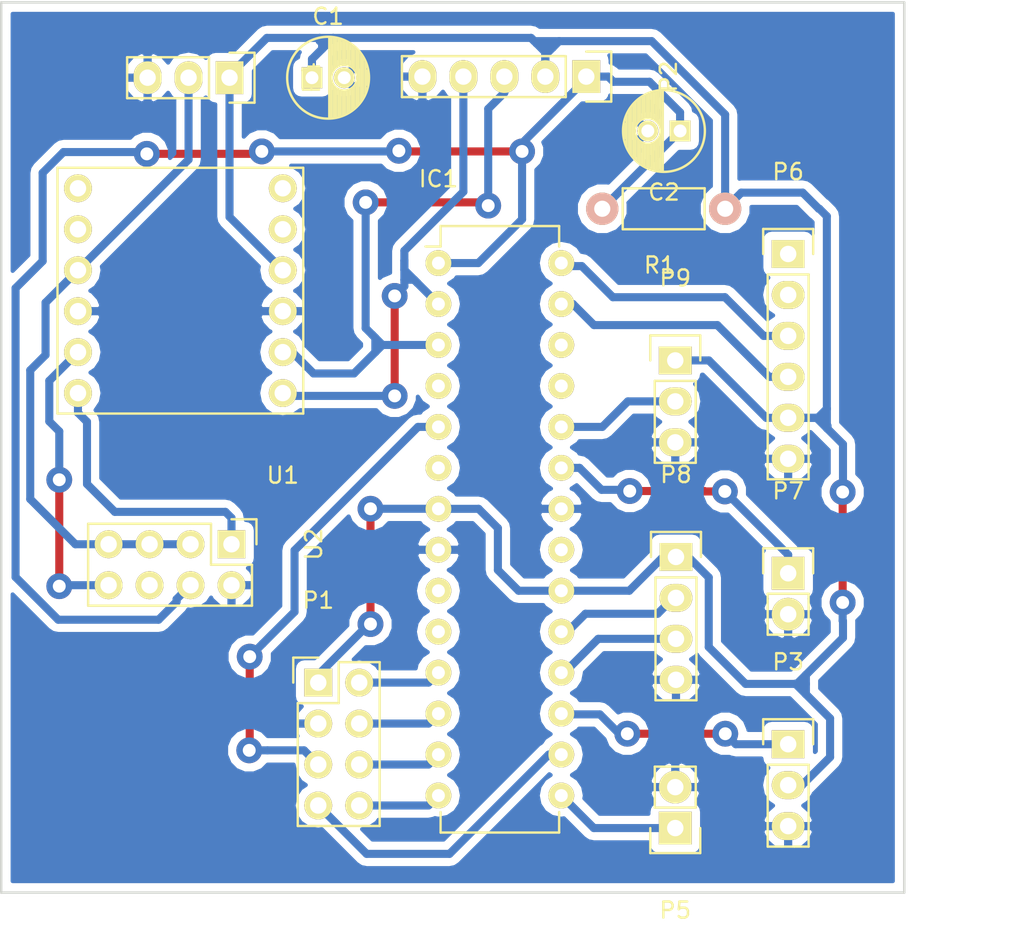
<source format=kicad_pcb>
(kicad_pcb (version 4) (host pcbnew "(2016-05-03 BZR 6770, Git 22c4e4d)-product")

  (general
    (links 54)
    (no_connects 16)
    (area 81.524999 56.724999 137.675001 112.075001)
    (thickness 1.6)
    (drawings 5)
    (tracks 254)
    (zones 0)
    (modules 15)
    (nets 23)
  )

  (page A4)
  (layers
    (0 F.Cu signal)
    (31 B.Cu signal)
    (32 B.Adhes user)
    (33 F.Adhes user)
    (34 B.Paste user)
    (35 F.Paste user)
    (36 B.SilkS user)
    (37 F.SilkS user)
    (38 B.Mask user)
    (39 F.Mask user)
    (40 Dwgs.User user)
    (41 Cmts.User user)
    (42 Eco1.User user)
    (43 Eco2.User user)
    (44 Edge.Cuts user)
    (45 Margin user)
    (46 B.CrtYd user)
    (47 F.CrtYd user)
    (48 B.Fab user)
    (49 F.Fab user)
  )

  (setup
    (last_trace_width 0.5)
    (trace_clearance 0.4)
    (zone_clearance 0.508)
    (zone_45_only no)
    (trace_min 0.2)
    (segment_width 0.2)
    (edge_width 0.15)
    (via_size 0.6)
    (via_drill 0.4)
    (via_min_size 0.4)
    (via_min_drill 0.3)
    (user_via 1.6 0.8)
    (uvia_size 0.3)
    (uvia_drill 0.1)
    (uvias_allowed no)
    (uvia_min_size 0.2)
    (uvia_min_drill 0.1)
    (pcb_text_width 0.3)
    (pcb_text_size 1.5 1.5)
    (mod_edge_width 0.15)
    (mod_text_size 1 1)
    (mod_text_width 0.15)
    (pad_size 1.524 1.524)
    (pad_drill 0.762)
    (pad_to_mask_clearance 0.2)
    (aux_axis_origin 0 0)
    (visible_elements FFFFFF7F)
    (pcbplotparams
      (layerselection 0x00030_ffffffff)
      (usegerberextensions false)
      (excludeedgelayer true)
      (linewidth 0.100000)
      (plotframeref false)
      (viasonmask false)
      (mode 1)
      (useauxorigin false)
      (hpglpennumber 1)
      (hpglpenspeed 20)
      (hpglpendiameter 15)
      (psnegative false)
      (psa4output false)
      (plotreference true)
      (plotvalue true)
      (plotinvisibletext false)
      (padsonsilk false)
      (subtractmaskfromsilk false)
      (outputformat 1)
      (mirror false)
      (drillshape 1)
      (scaleselection 1)
      (outputdirectory ""))
  )

  (net 0 "")
  (net 1 +5V)
  (net 2 GND)
  (net 3 /RESET)
  (net 4 /ATMEGA_RX)
  (net 5 /ATMEGA_TX)
  (net 6 /RW_EN)
  (net 7 /REG_SEL)
  (net 8 /DB4)
  (net 9 /DB5)
  (net 10 /DB6)
  (net 11 /DB7)
  (net 12 /ROT_SWITCH)
  (net 13 /BUTTON)
  (net 14 /SDA)
  (net 15 /SCL)
  (net 16 +3V3)
  (net 17 /ESP_RX)
  (net 18 /ESP_TX)
  (net 19 /SERVO)
  (net 20 /TRIG)
  (net 21 /ECHO)
  (net 22 /WS2812)

  (net_class Default "This is the default net class."
    (clearance 0.4)
    (trace_width 0.5)
    (via_dia 0.6)
    (via_drill 0.4)
    (uvia_dia 0.3)
    (uvia_drill 0.1)
    (add_net +3V3)
    (add_net +5V)
    (add_net /ATMEGA_RX)
    (add_net /ATMEGA_TX)
    (add_net /BUTTON)
    (add_net /DB4)
    (add_net /DB5)
    (add_net /DB6)
    (add_net /DB7)
    (add_net /ECHO)
    (add_net /ESP_RX)
    (add_net /ESP_TX)
    (add_net /REG_SEL)
    (add_net /RESET)
    (add_net /ROT_SWITCH)
    (add_net /RW_EN)
    (add_net /SCL)
    (add_net /SDA)
    (add_net /SERVO)
    (add_net /TRIG)
    (add_net /WS2812)
    (add_net GND)
  )

  (module level_shifter:level_shifter (layer F.Cu) (tedit 5765B97F) (tstamp 5765BCCC)
    (at 99.06 81.026 180)
    (descr level_shifter)
    (tags level_shifter)
    (path /5765C5E6)
    (fp_text reference U1 (at 0 -5.1 180) (layer F.SilkS)
      (effects (font (size 1 1) (thickness 0.15)))
    )
    (fp_text value level_shifter (at 0 -3.1 180) (layer F.Fab)
      (effects (font (size 1 1) (thickness 0.15)))
    )
    (fp_line (start -1.27 -1.27) (end -1.27 13.97) (layer F.SilkS) (width 0.15))
    (fp_line (start -1.27 13.97) (end 13.97 13.97) (layer F.SilkS) (width 0.15))
    (fp_line (start 13.97 13.97) (end 13.97 -1.27) (layer F.SilkS) (width 0.15))
    (fp_line (start 13.97 -1.27) (end -1.27 -1.27) (layer F.SilkS) (width 0.15))
    (pad 1 thru_hole oval (at 0 0 180) (size 1.7272 1.7272) (drill 1.016) (layers *.Cu *.Mask F.SilkS)
      (net 4 /ATMEGA_RX))
    (pad 3 thru_hole oval (at 0 5.08 180) (size 1.7272 1.7272) (drill 1.016) (layers *.Cu *.Mask F.SilkS)
      (net 2 GND))
    (pad 4 thru_hole oval (at 0 7.62 180) (size 1.7272 1.7272) (drill 1.016) (layers *.Cu *.Mask F.SilkS)
      (net 1 +5V))
    (pad 5 thru_hole oval (at 0 10.16 180) (size 1.7272 1.7272) (drill 1.016) (layers *.Cu *.Mask F.SilkS))
    (pad 6 thru_hole oval (at 0 12.7 180) (size 1.7272 1.7272) (drill 1.016) (layers *.Cu *.Mask F.SilkS))
    (pad 7 thru_hole oval (at 12.7 12.7 180) (size 1.7272 1.7272) (drill 1.016) (layers *.Cu *.Mask F.SilkS))
    (pad 8 thru_hole oval (at 12.7 10.16 180) (size 1.7272 1.7272) (drill 1.016) (layers *.Cu *.Mask F.SilkS))
    (pad 2 thru_hole oval (at 0 2.54 180) (size 1.7272 1.7272) (drill 1.016) (layers *.Cu *.Mask F.SilkS)
      (net 5 /ATMEGA_TX))
    (pad 9 thru_hole oval (at 12.7 7.62 180) (size 1.7272 1.7272) (drill 1.016) (layers *.Cu *.Mask F.SilkS)
      (net 16 +3V3))
    (pad 10 thru_hole oval (at 12.7 5.08 180) (size 1.7272 1.7272) (drill 1.016) (layers *.Cu *.Mask F.SilkS)
      (net 2 GND))
    (pad 11 thru_hole oval (at 12.7 2.54 180) (size 1.7272 1.7272) (drill 1.016) (layers *.Cu *.Mask F.SilkS)
      (net 17 /ESP_RX))
    (pad 12 thru_hole oval (at 12.7 0 180) (size 1.7272 1.7272) (drill 1.016) (layers *.Cu *.Mask F.SilkS)
      (net 18 /ESP_TX))
    (model Pin_Headers.3dshapes/Pin_Header_Straight_2x04.wrl
      (at (xyz 0.05 -0.15 0))
      (scale (xyz 1 1 1))
      (rotate (xyz 0 0 90))
    )
  )

  (module Capacitors_ThroughHole:C_Radial_D5_L11_P2 (layer F.Cu) (tedit 0) (tstamp 5765BC5F)
    (at 123.698 64.77 180)
    (descr "Radial Electrolytic Capacitor 5mm x Length 11mm, Pitch 2mm")
    (tags "Electrolytic Capacitor")
    (path /5765FF8C)
    (fp_text reference C2 (at 1 -3.8 180) (layer F.SilkS)
      (effects (font (size 1 1) (thickness 0.15)))
    )
    (fp_text value CP (at 1 3.8 180) (layer F.Fab)
      (effects (font (size 1 1) (thickness 0.15)))
    )
    (fp_line (start 1.075 -2.499) (end 1.075 2.499) (layer F.SilkS) (width 0.15))
    (fp_line (start 1.215 -2.491) (end 1.215 -0.154) (layer F.SilkS) (width 0.15))
    (fp_line (start 1.215 0.154) (end 1.215 2.491) (layer F.SilkS) (width 0.15))
    (fp_line (start 1.355 -2.475) (end 1.355 -0.473) (layer F.SilkS) (width 0.15))
    (fp_line (start 1.355 0.473) (end 1.355 2.475) (layer F.SilkS) (width 0.15))
    (fp_line (start 1.495 -2.451) (end 1.495 -0.62) (layer F.SilkS) (width 0.15))
    (fp_line (start 1.495 0.62) (end 1.495 2.451) (layer F.SilkS) (width 0.15))
    (fp_line (start 1.635 -2.418) (end 1.635 -0.712) (layer F.SilkS) (width 0.15))
    (fp_line (start 1.635 0.712) (end 1.635 2.418) (layer F.SilkS) (width 0.15))
    (fp_line (start 1.775 -2.377) (end 1.775 -0.768) (layer F.SilkS) (width 0.15))
    (fp_line (start 1.775 0.768) (end 1.775 2.377) (layer F.SilkS) (width 0.15))
    (fp_line (start 1.915 -2.327) (end 1.915 -0.795) (layer F.SilkS) (width 0.15))
    (fp_line (start 1.915 0.795) (end 1.915 2.327) (layer F.SilkS) (width 0.15))
    (fp_line (start 2.055 -2.266) (end 2.055 -0.798) (layer F.SilkS) (width 0.15))
    (fp_line (start 2.055 0.798) (end 2.055 2.266) (layer F.SilkS) (width 0.15))
    (fp_line (start 2.195 -2.196) (end 2.195 -0.776) (layer F.SilkS) (width 0.15))
    (fp_line (start 2.195 0.776) (end 2.195 2.196) (layer F.SilkS) (width 0.15))
    (fp_line (start 2.335 -2.114) (end 2.335 -0.726) (layer F.SilkS) (width 0.15))
    (fp_line (start 2.335 0.726) (end 2.335 2.114) (layer F.SilkS) (width 0.15))
    (fp_line (start 2.475 -2.019) (end 2.475 -0.644) (layer F.SilkS) (width 0.15))
    (fp_line (start 2.475 0.644) (end 2.475 2.019) (layer F.SilkS) (width 0.15))
    (fp_line (start 2.615 -1.908) (end 2.615 -0.512) (layer F.SilkS) (width 0.15))
    (fp_line (start 2.615 0.512) (end 2.615 1.908) (layer F.SilkS) (width 0.15))
    (fp_line (start 2.755 -1.78) (end 2.755 -0.265) (layer F.SilkS) (width 0.15))
    (fp_line (start 2.755 0.265) (end 2.755 1.78) (layer F.SilkS) (width 0.15))
    (fp_line (start 2.895 -1.631) (end 2.895 1.631) (layer F.SilkS) (width 0.15))
    (fp_line (start 3.035 -1.452) (end 3.035 1.452) (layer F.SilkS) (width 0.15))
    (fp_line (start 3.175 -1.233) (end 3.175 1.233) (layer F.SilkS) (width 0.15))
    (fp_line (start 3.315 -0.944) (end 3.315 0.944) (layer F.SilkS) (width 0.15))
    (fp_line (start 3.455 -0.472) (end 3.455 0.472) (layer F.SilkS) (width 0.15))
    (fp_circle (center 2 0) (end 2 -0.8) (layer F.SilkS) (width 0.15))
    (fp_circle (center 1 0) (end 1 -2.5375) (layer F.SilkS) (width 0.15))
    (fp_circle (center 1 0) (end 1 -2.8) (layer F.CrtYd) (width 0.05))
    (pad 1 thru_hole rect (at 0 0 180) (size 1.3 1.3) (drill 0.8) (layers *.Cu *.Mask F.SilkS)
      (net 3 /RESET))
    (pad 2 thru_hole circle (at 2 0 180) (size 1.3 1.3) (drill 0.8) (layers *.Cu *.Mask F.SilkS)
      (net 2 GND))
    (model Capacitors_ThroughHole.3dshapes/C_Radial_D5_L11_P2.wrl
      (at (xyz 0 0 0))
      (scale (xyz 1 1 1))
      (rotate (xyz 0 0 0))
    )
  )

  (module Pin_Headers:Pin_Header_Straight_1x03 (layer F.Cu) (tedit 0) (tstamp 5765BC9B)
    (at 130.4 102.8)
    (descr "Through hole pin header")
    (tags "pin header")
    (path /576477EF)
    (fp_text reference P3 (at 0 -5.1) (layer F.SilkS)
      (effects (font (size 1 1) (thickness 0.15)))
    )
    (fp_text value SERVO (at 0 -3.1) (layer F.Fab)
      (effects (font (size 1 1) (thickness 0.15)))
    )
    (fp_line (start -1.75 -1.75) (end -1.75 6.85) (layer F.CrtYd) (width 0.05))
    (fp_line (start 1.75 -1.75) (end 1.75 6.85) (layer F.CrtYd) (width 0.05))
    (fp_line (start -1.75 -1.75) (end 1.75 -1.75) (layer F.CrtYd) (width 0.05))
    (fp_line (start -1.75 6.85) (end 1.75 6.85) (layer F.CrtYd) (width 0.05))
    (fp_line (start -1.27 1.27) (end -1.27 6.35) (layer F.SilkS) (width 0.15))
    (fp_line (start -1.27 6.35) (end 1.27 6.35) (layer F.SilkS) (width 0.15))
    (fp_line (start 1.27 6.35) (end 1.27 1.27) (layer F.SilkS) (width 0.15))
    (fp_line (start 1.55 -1.55) (end 1.55 0) (layer F.SilkS) (width 0.15))
    (fp_line (start 1.27 1.27) (end -1.27 1.27) (layer F.SilkS) (width 0.15))
    (fp_line (start -1.55 0) (end -1.55 -1.55) (layer F.SilkS) (width 0.15))
    (fp_line (start -1.55 -1.55) (end 1.55 -1.55) (layer F.SilkS) (width 0.15))
    (pad 1 thru_hole rect (at 0 0) (size 2.032 1.7272) (drill 1.016) (layers *.Cu *.Mask F.SilkS)
      (net 19 /SERVO))
    (pad 2 thru_hole oval (at 0 2.54) (size 2.032 1.7272) (drill 1.016) (layers *.Cu *.Mask F.SilkS)
      (net 1 +5V))
    (pad 3 thru_hole oval (at 0 5.08) (size 2.032 1.7272) (drill 1.016) (layers *.Cu *.Mask F.SilkS)
      (net 2 GND))
    (model Pin_Headers.3dshapes/Pin_Header_Straight_1x03.wrl
      (at (xyz 0 -0.1 0))
      (scale (xyz 1 1 1))
      (rotate (xyz 0 0 90))
    )
  )

  (module Capacitors_ThroughHole:C_Radial_D5_L11_P2 (layer F.Cu) (tedit 0) (tstamp 5765BC59)
    (at 100.87 61.468)
    (descr "Radial Electrolytic Capacitor 5mm x Length 11mm, Pitch 2mm")
    (tags "Electrolytic Capacitor")
    (path /57660253)
    (fp_text reference C1 (at 1 -3.8) (layer F.SilkS)
      (effects (font (size 1 1) (thickness 0.15)))
    )
    (fp_text value CP (at 1 3.8) (layer F.Fab)
      (effects (font (size 1 1) (thickness 0.15)))
    )
    (fp_line (start 1.075 -2.499) (end 1.075 2.499) (layer F.SilkS) (width 0.15))
    (fp_line (start 1.215 -2.491) (end 1.215 -0.154) (layer F.SilkS) (width 0.15))
    (fp_line (start 1.215 0.154) (end 1.215 2.491) (layer F.SilkS) (width 0.15))
    (fp_line (start 1.355 -2.475) (end 1.355 -0.473) (layer F.SilkS) (width 0.15))
    (fp_line (start 1.355 0.473) (end 1.355 2.475) (layer F.SilkS) (width 0.15))
    (fp_line (start 1.495 -2.451) (end 1.495 -0.62) (layer F.SilkS) (width 0.15))
    (fp_line (start 1.495 0.62) (end 1.495 2.451) (layer F.SilkS) (width 0.15))
    (fp_line (start 1.635 -2.418) (end 1.635 -0.712) (layer F.SilkS) (width 0.15))
    (fp_line (start 1.635 0.712) (end 1.635 2.418) (layer F.SilkS) (width 0.15))
    (fp_line (start 1.775 -2.377) (end 1.775 -0.768) (layer F.SilkS) (width 0.15))
    (fp_line (start 1.775 0.768) (end 1.775 2.377) (layer F.SilkS) (width 0.15))
    (fp_line (start 1.915 -2.327) (end 1.915 -0.795) (layer F.SilkS) (width 0.15))
    (fp_line (start 1.915 0.795) (end 1.915 2.327) (layer F.SilkS) (width 0.15))
    (fp_line (start 2.055 -2.266) (end 2.055 -0.798) (layer F.SilkS) (width 0.15))
    (fp_line (start 2.055 0.798) (end 2.055 2.266) (layer F.SilkS) (width 0.15))
    (fp_line (start 2.195 -2.196) (end 2.195 -0.776) (layer F.SilkS) (width 0.15))
    (fp_line (start 2.195 0.776) (end 2.195 2.196) (layer F.SilkS) (width 0.15))
    (fp_line (start 2.335 -2.114) (end 2.335 -0.726) (layer F.SilkS) (width 0.15))
    (fp_line (start 2.335 0.726) (end 2.335 2.114) (layer F.SilkS) (width 0.15))
    (fp_line (start 2.475 -2.019) (end 2.475 -0.644) (layer F.SilkS) (width 0.15))
    (fp_line (start 2.475 0.644) (end 2.475 2.019) (layer F.SilkS) (width 0.15))
    (fp_line (start 2.615 -1.908) (end 2.615 -0.512) (layer F.SilkS) (width 0.15))
    (fp_line (start 2.615 0.512) (end 2.615 1.908) (layer F.SilkS) (width 0.15))
    (fp_line (start 2.755 -1.78) (end 2.755 -0.265) (layer F.SilkS) (width 0.15))
    (fp_line (start 2.755 0.265) (end 2.755 1.78) (layer F.SilkS) (width 0.15))
    (fp_line (start 2.895 -1.631) (end 2.895 1.631) (layer F.SilkS) (width 0.15))
    (fp_line (start 3.035 -1.452) (end 3.035 1.452) (layer F.SilkS) (width 0.15))
    (fp_line (start 3.175 -1.233) (end 3.175 1.233) (layer F.SilkS) (width 0.15))
    (fp_line (start 3.315 -0.944) (end 3.315 0.944) (layer F.SilkS) (width 0.15))
    (fp_line (start 3.455 -0.472) (end 3.455 0.472) (layer F.SilkS) (width 0.15))
    (fp_circle (center 2 0) (end 2 -0.8) (layer F.SilkS) (width 0.15))
    (fp_circle (center 1 0) (end 1 -2.5375) (layer F.SilkS) (width 0.15))
    (fp_circle (center 1 0) (end 1 -2.8) (layer F.CrtYd) (width 0.05))
    (pad 1 thru_hole rect (at 0 0) (size 1.3 1.3) (drill 0.8) (layers *.Cu *.Mask F.SilkS)
      (net 1 +5V))
    (pad 2 thru_hole circle (at 2 0) (size 1.3 1.3) (drill 0.8) (layers *.Cu *.Mask F.SilkS)
      (net 2 GND))
    (model Capacitors_ThroughHole.3dshapes/C_Radial_D5_L11_P2.wrl
      (at (xyz 0 0 0))
      (scale (xyz 1 1 1))
      (rotate (xyz 0 0 0))
    )
  )

  (module Housings_DIP:DIP-28_W7.62mm (layer F.Cu) (tedit 54130A77) (tstamp 5765BC7F)
    (at 108.712418 72.963047)
    (descr "28-lead dip package, row spacing 7.62 mm (300 mils)")
    (tags "dil dip 2.54 300")
    (path /5764712B)
    (fp_text reference IC1 (at 0 -5.22) (layer F.SilkS)
      (effects (font (size 1 1) (thickness 0.15)))
    )
    (fp_text value ATMEGA328-P (at 0 -3.72) (layer F.Fab)
      (effects (font (size 1 1) (thickness 0.15)))
    )
    (fp_line (start -1.05 -2.45) (end -1.05 35.5) (layer F.CrtYd) (width 0.05))
    (fp_line (start 8.65 -2.45) (end 8.65 35.5) (layer F.CrtYd) (width 0.05))
    (fp_line (start -1.05 -2.45) (end 8.65 -2.45) (layer F.CrtYd) (width 0.05))
    (fp_line (start -1.05 35.5) (end 8.65 35.5) (layer F.CrtYd) (width 0.05))
    (fp_line (start 0.135 -2.295) (end 0.135 -1.025) (layer F.SilkS) (width 0.15))
    (fp_line (start 7.485 -2.295) (end 7.485 -1.025) (layer F.SilkS) (width 0.15))
    (fp_line (start 7.485 35.315) (end 7.485 34.045) (layer F.SilkS) (width 0.15))
    (fp_line (start 0.135 35.315) (end 0.135 34.045) (layer F.SilkS) (width 0.15))
    (fp_line (start 0.135 -2.295) (end 7.485 -2.295) (layer F.SilkS) (width 0.15))
    (fp_line (start 0.135 35.315) (end 7.485 35.315) (layer F.SilkS) (width 0.15))
    (fp_line (start 0.135 -1.025) (end -0.8 -1.025) (layer F.SilkS) (width 0.15))
    (pad 1 thru_hole oval (at 0 0) (size 1.6 1.6) (drill 0.8) (layers *.Cu *.Mask F.SilkS)
      (net 3 /RESET))
    (pad 2 thru_hole oval (at 0 2.54) (size 1.6 1.6) (drill 0.8) (layers *.Cu *.Mask F.SilkS)
      (net 4 /ATMEGA_RX))
    (pad 3 thru_hole oval (at 0 5.08) (size 1.6 1.6) (drill 0.8) (layers *.Cu *.Mask F.SilkS)
      (net 5 /ATMEGA_TX))
    (pad 4 thru_hole oval (at 0 7.62) (size 1.6 1.6) (drill 0.8) (layers *.Cu *.Mask F.SilkS))
    (pad 5 thru_hole oval (at 0 10.16) (size 1.6 1.6) (drill 0.8) (layers *.Cu *.Mask F.SilkS)
      (net 7 /REG_SEL))
    (pad 6 thru_hole oval (at 0 12.7) (size 1.6 1.6) (drill 0.8) (layers *.Cu *.Mask F.SilkS))
    (pad 7 thru_hole oval (at 0 15.24) (size 1.6 1.6) (drill 0.8) (layers *.Cu *.Mask F.SilkS)
      (net 1 +5V))
    (pad 8 thru_hole oval (at 0 17.78) (size 1.6 1.6) (drill 0.8) (layers *.Cu *.Mask F.SilkS)
      (net 2 GND))
    (pad 9 thru_hole oval (at 0 20.32) (size 1.6 1.6) (drill 0.8) (layers *.Cu *.Mask F.SilkS))
    (pad 10 thru_hole oval (at 0 22.86) (size 1.6 1.6) (drill 0.8) (layers *.Cu *.Mask F.SilkS))
    (pad 11 thru_hole oval (at 0 25.4) (size 1.6 1.6) (drill 0.8) (layers *.Cu *.Mask F.SilkS)
      (net 8 /DB4))
    (pad 12 thru_hole oval (at 0 27.94) (size 1.6 1.6) (drill 0.8) (layers *.Cu *.Mask F.SilkS)
      (net 9 /DB5))
    (pad 13 thru_hole oval (at 0 30.48) (size 1.6 1.6) (drill 0.8) (layers *.Cu *.Mask F.SilkS)
      (net 10 /DB6))
    (pad 14 thru_hole oval (at 0 33.02) (size 1.6 1.6) (drill 0.8) (layers *.Cu *.Mask F.SilkS)
      (net 11 /DB7))
    (pad 15 thru_hole oval (at 7.62 33.02) (size 1.6 1.6) (drill 0.8) (layers *.Cu *.Mask F.SilkS)
      (net 12 /ROT_SWITCH))
    (pad 16 thru_hole oval (at 7.62 30.48) (size 1.6 1.6) (drill 0.8) (layers *.Cu *.Mask F.SilkS)
      (net 6 /RW_EN))
    (pad 17 thru_hole oval (at 7.62 27.94) (size 1.6 1.6) (drill 0.8) (layers *.Cu *.Mask F.SilkS)
      (net 19 /SERVO))
    (pad 18 thru_hole oval (at 7.62 25.4) (size 1.6 1.6) (drill 0.8) (layers *.Cu *.Mask F.SilkS)
      (net 21 /ECHO))
    (pad 19 thru_hole oval (at 7.62 22.86) (size 1.6 1.6) (drill 0.8) (layers *.Cu *.Mask F.SilkS)
      (net 20 /TRIG))
    (pad 20 thru_hole oval (at 7.62 20.32) (size 1.6 1.6) (drill 0.8) (layers *.Cu *.Mask F.SilkS)
      (net 1 +5V))
    (pad 21 thru_hole oval (at 7.62 17.78) (size 1.6 1.6) (drill 0.8) (layers *.Cu *.Mask F.SilkS))
    (pad 22 thru_hole oval (at 7.62 15.24) (size 1.6 1.6) (drill 0.8) (layers *.Cu *.Mask F.SilkS)
      (net 2 GND))
    (pad 23 thru_hole oval (at 7.62 12.7) (size 1.6 1.6) (drill 0.8) (layers *.Cu *.Mask F.SilkS)
      (net 13 /BUTTON))
    (pad 24 thru_hole oval (at 7.62 10.16) (size 1.6 1.6) (drill 0.8) (layers *.Cu *.Mask F.SilkS)
      (net 22 /WS2812))
    (pad 25 thru_hole oval (at 7.62 7.62) (size 1.6 1.6) (drill 0.8) (layers *.Cu *.Mask F.SilkS))
    (pad 26 thru_hole oval (at 7.62 5.08) (size 1.6 1.6) (drill 0.8) (layers *.Cu *.Mask F.SilkS))
    (pad 27 thru_hole oval (at 7.62 2.54) (size 1.6 1.6) (drill 0.8) (layers *.Cu *.Mask F.SilkS)
      (net 14 /SDA))
    (pad 28 thru_hole oval (at 7.62 0) (size 1.6 1.6) (drill 0.8) (layers *.Cu *.Mask F.SilkS)
      (net 15 /SCL))
    (model Housings_DIP.3dshapes/DIP-28_W7.62mm.wrl
      (at (xyz 0 0 0))
      (scale (xyz 1 1 1))
      (rotate (xyz 0 0 0))
    )
  )

  (module Pin_Headers:Pin_Header_Straight_2x04 (layer F.Cu) (tedit 0) (tstamp 5765BC8B)
    (at 101.26 98.98)
    (descr "Through hole pin header")
    (tags "pin header")
    (path /57660D3A)
    (fp_text reference P1 (at 0 -5.1) (layer F.SilkS)
      (effects (font (size 1 1) (thickness 0.15)))
    )
    (fp_text value LCD (at 0 -3.1) (layer F.Fab)
      (effects (font (size 1 1) (thickness 0.15)))
    )
    (fp_line (start -1.75 -1.75) (end -1.75 9.4) (layer F.CrtYd) (width 0.05))
    (fp_line (start 4.3 -1.75) (end 4.3 9.4) (layer F.CrtYd) (width 0.05))
    (fp_line (start -1.75 -1.75) (end 4.3 -1.75) (layer F.CrtYd) (width 0.05))
    (fp_line (start -1.75 9.4) (end 4.3 9.4) (layer F.CrtYd) (width 0.05))
    (fp_line (start -1.27 1.27) (end -1.27 8.89) (layer F.SilkS) (width 0.15))
    (fp_line (start -1.27 8.89) (end 3.81 8.89) (layer F.SilkS) (width 0.15))
    (fp_line (start 3.81 8.89) (end 3.81 -1.27) (layer F.SilkS) (width 0.15))
    (fp_line (start 3.81 -1.27) (end 1.27 -1.27) (layer F.SilkS) (width 0.15))
    (fp_line (start 0 -1.55) (end -1.55 -1.55) (layer F.SilkS) (width 0.15))
    (fp_line (start 1.27 -1.27) (end 1.27 1.27) (layer F.SilkS) (width 0.15))
    (fp_line (start 1.27 1.27) (end -1.27 1.27) (layer F.SilkS) (width 0.15))
    (fp_line (start -1.55 -1.55) (end -1.55 0) (layer F.SilkS) (width 0.15))
    (pad 1 thru_hole rect (at 0 0) (size 1.7272 1.7272) (drill 1.016) (layers *.Cu *.Mask F.SilkS)
      (net 1 +5V))
    (pad 2 thru_hole oval (at 2.54 0) (size 1.7272 1.7272) (drill 1.016) (layers *.Cu *.Mask F.SilkS)
      (net 8 /DB4))
    (pad 3 thru_hole oval (at 0 2.54) (size 1.7272 1.7272) (drill 1.016) (layers *.Cu *.Mask F.SilkS)
      (net 2 GND))
    (pad 4 thru_hole oval (at 2.54 2.54) (size 1.7272 1.7272) (drill 1.016) (layers *.Cu *.Mask F.SilkS)
      (net 9 /DB5))
    (pad 5 thru_hole oval (at 0 5.08) (size 1.7272 1.7272) (drill 1.016) (layers *.Cu *.Mask F.SilkS)
      (net 7 /REG_SEL))
    (pad 6 thru_hole oval (at 2.54 5.08) (size 1.7272 1.7272) (drill 1.016) (layers *.Cu *.Mask F.SilkS)
      (net 10 /DB6))
    (pad 7 thru_hole oval (at 0 7.62) (size 1.7272 1.7272) (drill 1.016) (layers *.Cu *.Mask F.SilkS)
      (net 6 /RW_EN))
    (pad 8 thru_hole oval (at 2.54 7.62) (size 1.7272 1.7272) (drill 1.016) (layers *.Cu *.Mask F.SilkS)
      (net 11 /DB7))
    (model Pin_Headers.3dshapes/Pin_Header_Straight_2x04.wrl
      (at (xyz 0.05 -0.15 0))
      (scale (xyz 1 1 1))
      (rotate (xyz 0 0 90))
    )
  )

  (module Pin_Headers:Pin_Header_Straight_1x05 (layer F.Cu) (tedit 54EA0684) (tstamp 5765BC94)
    (at 117.88 61.4 270)
    (descr "Through hole pin header")
    (tags "pin header")
    (path /5765E8BD)
    (fp_text reference P2 (at 0 -5.1 270) (layer F.SilkS)
      (effects (font (size 1 1) (thickness 0.15)))
    )
    (fp_text value PROG (at 0 -3.1 270) (layer F.Fab)
      (effects (font (size 1 1) (thickness 0.15)))
    )
    (fp_line (start -1.55 0) (end -1.55 -1.55) (layer F.SilkS) (width 0.15))
    (fp_line (start -1.55 -1.55) (end 1.55 -1.55) (layer F.SilkS) (width 0.15))
    (fp_line (start 1.55 -1.55) (end 1.55 0) (layer F.SilkS) (width 0.15))
    (fp_line (start -1.75 -1.75) (end -1.75 11.95) (layer F.CrtYd) (width 0.05))
    (fp_line (start 1.75 -1.75) (end 1.75 11.95) (layer F.CrtYd) (width 0.05))
    (fp_line (start -1.75 -1.75) (end 1.75 -1.75) (layer F.CrtYd) (width 0.05))
    (fp_line (start -1.75 11.95) (end 1.75 11.95) (layer F.CrtYd) (width 0.05))
    (fp_line (start 1.27 1.27) (end 1.27 11.43) (layer F.SilkS) (width 0.15))
    (fp_line (start 1.27 11.43) (end -1.27 11.43) (layer F.SilkS) (width 0.15))
    (fp_line (start -1.27 11.43) (end -1.27 1.27) (layer F.SilkS) (width 0.15))
    (fp_line (start 1.27 1.27) (end -1.27 1.27) (layer F.SilkS) (width 0.15))
    (pad 1 thru_hole rect (at 0 0 270) (size 2.032 1.7272) (drill 1.016) (layers *.Cu *.Mask F.SilkS)
      (net 3 /RESET))
    (pad 2 thru_hole oval (at 0 2.54 270) (size 2.032 1.7272) (drill 1.016) (layers *.Cu *.Mask F.SilkS)
      (net 1 +5V))
    (pad 3 thru_hole oval (at 0 5.08 270) (size 2.032 1.7272) (drill 1.016) (layers *.Cu *.Mask F.SilkS)
      (net 5 /ATMEGA_TX))
    (pad 4 thru_hole oval (at 0 7.62 270) (size 2.032 1.7272) (drill 1.016) (layers *.Cu *.Mask F.SilkS)
      (net 4 /ATMEGA_RX))
    (pad 5 thru_hole oval (at 0 10.16 270) (size 2.032 1.7272) (drill 1.016) (layers *.Cu *.Mask F.SilkS)
      (net 2 GND))
    (model Pin_Headers.3dshapes/Pin_Header_Straight_1x05.wrl
      (at (xyz 0 -0.2 0))
      (scale (xyz 1 1 1))
      (rotate (xyz 0 0 90))
    )
  )

  (module Pin_Headers:Pin_Header_Straight_1x03 (layer F.Cu) (tedit 0) (tstamp 5765BCA2)
    (at 95.758 61.468 270)
    (descr "Through hole pin header")
    (tags "pin header")
    (path /57659B07)
    (fp_text reference P4 (at 0 -5.1 270) (layer F.SilkS)
      (effects (font (size 1 1) (thickness 0.15)))
    )
    (fp_text value 3_3_SUP (at 0 -3.1 270) (layer F.Fab)
      (effects (font (size 1 1) (thickness 0.15)))
    )
    (fp_line (start -1.75 -1.75) (end -1.75 6.85) (layer F.CrtYd) (width 0.05))
    (fp_line (start 1.75 -1.75) (end 1.75 6.85) (layer F.CrtYd) (width 0.05))
    (fp_line (start -1.75 -1.75) (end 1.75 -1.75) (layer F.CrtYd) (width 0.05))
    (fp_line (start -1.75 6.85) (end 1.75 6.85) (layer F.CrtYd) (width 0.05))
    (fp_line (start -1.27 1.27) (end -1.27 6.35) (layer F.SilkS) (width 0.15))
    (fp_line (start -1.27 6.35) (end 1.27 6.35) (layer F.SilkS) (width 0.15))
    (fp_line (start 1.27 6.35) (end 1.27 1.27) (layer F.SilkS) (width 0.15))
    (fp_line (start 1.55 -1.55) (end 1.55 0) (layer F.SilkS) (width 0.15))
    (fp_line (start 1.27 1.27) (end -1.27 1.27) (layer F.SilkS) (width 0.15))
    (fp_line (start -1.55 0) (end -1.55 -1.55) (layer F.SilkS) (width 0.15))
    (fp_line (start -1.55 -1.55) (end 1.55 -1.55) (layer F.SilkS) (width 0.15))
    (pad 1 thru_hole rect (at 0 0 270) (size 2.032 1.7272) (drill 1.016) (layers *.Cu *.Mask F.SilkS)
      (net 1 +5V))
    (pad 2 thru_hole oval (at 0 2.54 270) (size 2.032 1.7272) (drill 1.016) (layers *.Cu *.Mask F.SilkS)
      (net 16 +3V3))
    (pad 3 thru_hole oval (at 0 5.08 270) (size 2.032 1.7272) (drill 1.016) (layers *.Cu *.Mask F.SilkS)
      (net 2 GND))
    (model Pin_Headers.3dshapes/Pin_Header_Straight_1x03.wrl
      (at (xyz 0 -0.1 0))
      (scale (xyz 1 1 1))
      (rotate (xyz 0 0 90))
    )
  )

  (module Pin_Headers:Pin_Header_Straight_1x02 (layer F.Cu) (tedit 54EA090C) (tstamp 5765BCA8)
    (at 123.4 108 180)
    (descr "Through hole pin header")
    (tags "pin header")
    (path /5765E478)
    (fp_text reference P5 (at 0 -5.1 180) (layer F.SilkS)
      (effects (font (size 1 1) (thickness 0.15)))
    )
    (fp_text value ROT_SWITCH (at 0 -3.1 180) (layer F.Fab)
      (effects (font (size 1 1) (thickness 0.15)))
    )
    (fp_line (start 1.27 1.27) (end 1.27 3.81) (layer F.SilkS) (width 0.15))
    (fp_line (start 1.55 -1.55) (end 1.55 0) (layer F.SilkS) (width 0.15))
    (fp_line (start -1.75 -1.75) (end -1.75 4.3) (layer F.CrtYd) (width 0.05))
    (fp_line (start 1.75 -1.75) (end 1.75 4.3) (layer F.CrtYd) (width 0.05))
    (fp_line (start -1.75 -1.75) (end 1.75 -1.75) (layer F.CrtYd) (width 0.05))
    (fp_line (start -1.75 4.3) (end 1.75 4.3) (layer F.CrtYd) (width 0.05))
    (fp_line (start 1.27 1.27) (end -1.27 1.27) (layer F.SilkS) (width 0.15))
    (fp_line (start -1.55 0) (end -1.55 -1.55) (layer F.SilkS) (width 0.15))
    (fp_line (start -1.55 -1.55) (end 1.55 -1.55) (layer F.SilkS) (width 0.15))
    (fp_line (start -1.27 1.27) (end -1.27 3.81) (layer F.SilkS) (width 0.15))
    (fp_line (start -1.27 3.81) (end 1.27 3.81) (layer F.SilkS) (width 0.15))
    (pad 1 thru_hole rect (at 0 0 180) (size 2.032 2.032) (drill 1.016) (layers *.Cu *.Mask F.SilkS)
      (net 12 /ROT_SWITCH))
    (pad 2 thru_hole oval (at 0 2.54 180) (size 2.032 2.032) (drill 1.016) (layers *.Cu *.Mask F.SilkS)
      (net 2 GND))
    (model Pin_Headers.3dshapes/Pin_Header_Straight_1x02.wrl
      (at (xyz 0 -0.05 0))
      (scale (xyz 1 1 1))
      (rotate (xyz 0 0 90))
    )
  )

  (module Pin_Headers:Pin_Header_Straight_1x02 (layer F.Cu) (tedit 54EA090C) (tstamp 5765BCB6)
    (at 130.4 92.2)
    (descr "Through hole pin header")
    (tags "pin header")
    (path /576598C0)
    (fp_text reference P7 (at 0 -5.1) (layer F.SilkS)
      (effects (font (size 1 1) (thickness 0.15)))
    )
    (fp_text value BUTTON (at 0 -3.1) (layer F.Fab)
      (effects (font (size 1 1) (thickness 0.15)))
    )
    (fp_line (start 1.27 1.27) (end 1.27 3.81) (layer F.SilkS) (width 0.15))
    (fp_line (start 1.55 -1.55) (end 1.55 0) (layer F.SilkS) (width 0.15))
    (fp_line (start -1.75 -1.75) (end -1.75 4.3) (layer F.CrtYd) (width 0.05))
    (fp_line (start 1.75 -1.75) (end 1.75 4.3) (layer F.CrtYd) (width 0.05))
    (fp_line (start -1.75 -1.75) (end 1.75 -1.75) (layer F.CrtYd) (width 0.05))
    (fp_line (start -1.75 4.3) (end 1.75 4.3) (layer F.CrtYd) (width 0.05))
    (fp_line (start 1.27 1.27) (end -1.27 1.27) (layer F.SilkS) (width 0.15))
    (fp_line (start -1.55 0) (end -1.55 -1.55) (layer F.SilkS) (width 0.15))
    (fp_line (start -1.55 -1.55) (end 1.55 -1.55) (layer F.SilkS) (width 0.15))
    (fp_line (start -1.27 1.27) (end -1.27 3.81) (layer F.SilkS) (width 0.15))
    (fp_line (start -1.27 3.81) (end 1.27 3.81) (layer F.SilkS) (width 0.15))
    (pad 1 thru_hole rect (at 0 0) (size 2.032 2.032) (drill 1.016) (layers *.Cu *.Mask F.SilkS)
      (net 13 /BUTTON))
    (pad 2 thru_hole oval (at 0 2.54) (size 2.032 2.032) (drill 1.016) (layers *.Cu *.Mask F.SilkS)
      (net 2 GND))
    (model Pin_Headers.3dshapes/Pin_Header_Straight_1x02.wrl
      (at (xyz 0 -0.05 0))
      (scale (xyz 1 1 1))
      (rotate (xyz 0 0 90))
    )
  )

  (module Resistors_ThroughHole:Resistor_Horizontal_RM7mm (layer F.Cu) (tedit 569FCF07) (tstamp 5765BCBC)
    (at 126.492 69.596 180)
    (descr "Resistor, Axial,  RM 7.62mm, 1/3W,")
    (tags "Resistor Axial RM 7.62mm 1/3W R3")
    (path /5765FA08)
    (fp_text reference R1 (at 4.05892 -3.50012 180) (layer F.SilkS)
      (effects (font (size 1 1) (thickness 0.15)))
    )
    (fp_text value R (at 3.81 3.81 180) (layer F.Fab)
      (effects (font (size 1 1) (thickness 0.15)))
    )
    (fp_line (start -1.25 -1.5) (end 8.85 -1.5) (layer F.CrtYd) (width 0.05))
    (fp_line (start -1.25 1.5) (end -1.25 -1.5) (layer F.CrtYd) (width 0.05))
    (fp_line (start 8.85 -1.5) (end 8.85 1.5) (layer F.CrtYd) (width 0.05))
    (fp_line (start -1.25 1.5) (end 8.85 1.5) (layer F.CrtYd) (width 0.05))
    (fp_line (start 1.27 -1.27) (end 6.35 -1.27) (layer F.SilkS) (width 0.15))
    (fp_line (start 6.35 -1.27) (end 6.35 1.27) (layer F.SilkS) (width 0.15))
    (fp_line (start 6.35 1.27) (end 1.27 1.27) (layer F.SilkS) (width 0.15))
    (fp_line (start 1.27 1.27) (end 1.27 -1.27) (layer F.SilkS) (width 0.15))
    (pad 1 thru_hole circle (at 0 0 180) (size 1.99898 1.99898) (drill 1.00076) (layers *.Cu *.SilkS *.Mask)
      (net 1 +5V))
    (pad 2 thru_hole circle (at 7.62 0 180) (size 1.99898 1.99898) (drill 1.00076) (layers *.Cu *.SilkS *.Mask)
      (net 3 /RESET))
  )

  (module Pin_Headers:Pin_Header_Straight_2x04 (layer F.Cu) (tedit 0) (tstamp 5765BCD8)
    (at 95.88 90.4 270)
    (descr "Through hole pin header")
    (tags "pin header")
    (path /5765AA27)
    (fp_text reference U2 (at 0 -5.1 270) (layer F.SilkS)
      (effects (font (size 1 1) (thickness 0.15)))
    )
    (fp_text value ESP-01v090 (at 0 -3.1 270) (layer F.Fab)
      (effects (font (size 1 1) (thickness 0.15)))
    )
    (fp_line (start -1.75 -1.75) (end -1.75 9.4) (layer F.CrtYd) (width 0.05))
    (fp_line (start 4.3 -1.75) (end 4.3 9.4) (layer F.CrtYd) (width 0.05))
    (fp_line (start -1.75 -1.75) (end 4.3 -1.75) (layer F.CrtYd) (width 0.05))
    (fp_line (start -1.75 9.4) (end 4.3 9.4) (layer F.CrtYd) (width 0.05))
    (fp_line (start -1.27 1.27) (end -1.27 8.89) (layer F.SilkS) (width 0.15))
    (fp_line (start -1.27 8.89) (end 3.81 8.89) (layer F.SilkS) (width 0.15))
    (fp_line (start 3.81 8.89) (end 3.81 -1.27) (layer F.SilkS) (width 0.15))
    (fp_line (start 3.81 -1.27) (end 1.27 -1.27) (layer F.SilkS) (width 0.15))
    (fp_line (start 0 -1.55) (end -1.55 -1.55) (layer F.SilkS) (width 0.15))
    (fp_line (start 1.27 -1.27) (end 1.27 1.27) (layer F.SilkS) (width 0.15))
    (fp_line (start 1.27 1.27) (end -1.27 1.27) (layer F.SilkS) (width 0.15))
    (fp_line (start -1.55 -1.55) (end -1.55 0) (layer F.SilkS) (width 0.15))
    (pad 1 thru_hole rect (at 0 0 270) (size 1.7272 1.7272) (drill 1.016) (layers *.Cu *.Mask F.SilkS)
      (net 18 /ESP_TX))
    (pad 2 thru_hole oval (at 2.54 0 270) (size 1.7272 1.7272) (drill 1.016) (layers *.Cu *.Mask F.SilkS)
      (net 2 GND))
    (pad 3 thru_hole oval (at 0 2.54 270) (size 1.7272 1.7272) (drill 1.016) (layers *.Cu *.Mask F.SilkS)
      (net 16 +3V3))
    (pad 4 thru_hole oval (at 2.54 2.54 270) (size 1.7272 1.7272) (drill 1.016) (layers *.Cu *.Mask F.SilkS)
      (net 3 /RESET))
    (pad 5 thru_hole oval (at 0 5.08 270) (size 1.7272 1.7272) (drill 1.016) (layers *.Cu *.Mask F.SilkS)
      (net 16 +3V3))
    (pad 6 thru_hole oval (at 2.54 5.08 270) (size 1.7272 1.7272) (drill 1.016) (layers *.Cu *.Mask F.SilkS))
    (pad 7 thru_hole oval (at 0 7.62 270) (size 1.7272 1.7272) (drill 1.016) (layers *.Cu *.Mask F.SilkS)
      (net 16 +3V3))
    (pad 8 thru_hole oval (at 2.54 7.62 270) (size 1.7272 1.7272) (drill 1.016) (layers *.Cu *.Mask F.SilkS)
      (net 17 /ESP_RX))
    (model Pin_Headers.3dshapes/Pin_Header_Straight_2x04.wrl
      (at (xyz 0.05 -0.15 0))
      (scale (xyz 1 1 1))
      (rotate (xyz 0 0 90))
    )
  )

  (module Pin_Headers:Pin_Header_Straight_1x06 (layer F.Cu) (tedit 0) (tstamp 5766E2CA)
    (at 130.4 72.4)
    (descr "Through hole pin header")
    (tags "pin header")
    (path /57670B4F)
    (fp_text reference P6 (at 0 -5.1) (layer F.SilkS)
      (effects (font (size 1 1) (thickness 0.15)))
    )
    (fp_text value CONN_01X06 (at 0 -3.1) (layer F.Fab)
      (effects (font (size 1 1) (thickness 0.15)))
    )
    (fp_line (start -1.75 -1.75) (end -1.75 14.45) (layer F.CrtYd) (width 0.05))
    (fp_line (start 1.75 -1.75) (end 1.75 14.45) (layer F.CrtYd) (width 0.05))
    (fp_line (start -1.75 -1.75) (end 1.75 -1.75) (layer F.CrtYd) (width 0.05))
    (fp_line (start -1.75 14.45) (end 1.75 14.45) (layer F.CrtYd) (width 0.05))
    (fp_line (start 1.27 1.27) (end 1.27 13.97) (layer F.SilkS) (width 0.15))
    (fp_line (start 1.27 13.97) (end -1.27 13.97) (layer F.SilkS) (width 0.15))
    (fp_line (start -1.27 13.97) (end -1.27 1.27) (layer F.SilkS) (width 0.15))
    (fp_line (start 1.55 -1.55) (end 1.55 0) (layer F.SilkS) (width 0.15))
    (fp_line (start 1.27 1.27) (end -1.27 1.27) (layer F.SilkS) (width 0.15))
    (fp_line (start -1.55 0) (end -1.55 -1.55) (layer F.SilkS) (width 0.15))
    (fp_line (start -1.55 -1.55) (end 1.55 -1.55) (layer F.SilkS) (width 0.15))
    (pad 1 thru_hole rect (at 0 0) (size 2.032 1.7272) (drill 1.016) (layers *.Cu *.Mask F.SilkS))
    (pad 2 thru_hole oval (at 0 2.54) (size 2.032 1.7272) (drill 1.016) (layers *.Cu *.Mask F.SilkS))
    (pad 3 thru_hole oval (at 0 5.08) (size 2.032 1.7272) (drill 1.016) (layers *.Cu *.Mask F.SilkS)
      (net 15 /SCL))
    (pad 4 thru_hole oval (at 0 7.62) (size 2.032 1.7272) (drill 1.016) (layers *.Cu *.Mask F.SilkS)
      (net 14 /SDA))
    (pad 5 thru_hole oval (at 0 10.16) (size 2.032 1.7272) (drill 1.016) (layers *.Cu *.Mask F.SilkS)
      (net 1 +5V))
    (pad 6 thru_hole oval (at 0 12.7) (size 2.032 1.7272) (drill 1.016) (layers *.Cu *.Mask F.SilkS)
      (net 2 GND))
    (model Pin_Headers.3dshapes/Pin_Header_Straight_1x06.wrl
      (at (xyz 0 -0.25 0))
      (scale (xyz 1 1 1))
      (rotate (xyz 0 0 90))
    )
  )

  (module Pin_Headers:Pin_Header_Straight_1x04 (layer F.Cu) (tedit 0) (tstamp 5766E2DA)
    (at 123.444 91.186)
    (descr "Through hole pin header")
    (tags "pin header")
    (path /5766E0D5)
    (fp_text reference P8 (at 0 -5.1) (layer F.SilkS)
      (effects (font (size 1 1) (thickness 0.15)))
    )
    (fp_text value HC-SR04 (at 0 -3.1) (layer F.Fab)
      (effects (font (size 1 1) (thickness 0.15)))
    )
    (fp_line (start -1.75 -1.75) (end -1.75 9.4) (layer F.CrtYd) (width 0.05))
    (fp_line (start 1.75 -1.75) (end 1.75 9.4) (layer F.CrtYd) (width 0.05))
    (fp_line (start -1.75 -1.75) (end 1.75 -1.75) (layer F.CrtYd) (width 0.05))
    (fp_line (start -1.75 9.4) (end 1.75 9.4) (layer F.CrtYd) (width 0.05))
    (fp_line (start -1.27 1.27) (end -1.27 8.89) (layer F.SilkS) (width 0.15))
    (fp_line (start 1.27 1.27) (end 1.27 8.89) (layer F.SilkS) (width 0.15))
    (fp_line (start 1.55 -1.55) (end 1.55 0) (layer F.SilkS) (width 0.15))
    (fp_line (start -1.27 8.89) (end 1.27 8.89) (layer F.SilkS) (width 0.15))
    (fp_line (start 1.27 1.27) (end -1.27 1.27) (layer F.SilkS) (width 0.15))
    (fp_line (start -1.55 0) (end -1.55 -1.55) (layer F.SilkS) (width 0.15))
    (fp_line (start -1.55 -1.55) (end 1.55 -1.55) (layer F.SilkS) (width 0.15))
    (pad 1 thru_hole rect (at 0 0) (size 2.032 1.7272) (drill 1.016) (layers *.Cu *.Mask F.SilkS)
      (net 1 +5V))
    (pad 2 thru_hole oval (at 0 2.54) (size 2.032 1.7272) (drill 1.016) (layers *.Cu *.Mask F.SilkS)
      (net 20 /TRIG))
    (pad 3 thru_hole oval (at 0 5.08) (size 2.032 1.7272) (drill 1.016) (layers *.Cu *.Mask F.SilkS)
      (net 21 /ECHO))
    (pad 4 thru_hole oval (at 0 7.62) (size 2.032 1.7272) (drill 1.016) (layers *.Cu *.Mask F.SilkS)
      (net 2 GND))
    (model Pin_Headers.3dshapes/Pin_Header_Straight_1x04.wrl
      (at (xyz 0 -0.15 0))
      (scale (xyz 1 1 1))
      (rotate (xyz 0 0 90))
    )
  )

  (module Pin_Headers:Pin_Header_Straight_1x03 (layer F.Cu) (tedit 0) (tstamp 5766E2E1)
    (at 123.4 79)
    (descr "Through hole pin header")
    (tags "pin header")
    (path /5766F690)
    (fp_text reference P9 (at 0 -5.1) (layer F.SilkS)
      (effects (font (size 1 1) (thickness 0.15)))
    )
    (fp_text value WS2812 (at 0 -3.1) (layer F.Fab)
      (effects (font (size 1 1) (thickness 0.15)))
    )
    (fp_line (start -1.75 -1.75) (end -1.75 6.85) (layer F.CrtYd) (width 0.05))
    (fp_line (start 1.75 -1.75) (end 1.75 6.85) (layer F.CrtYd) (width 0.05))
    (fp_line (start -1.75 -1.75) (end 1.75 -1.75) (layer F.CrtYd) (width 0.05))
    (fp_line (start -1.75 6.85) (end 1.75 6.85) (layer F.CrtYd) (width 0.05))
    (fp_line (start -1.27 1.27) (end -1.27 6.35) (layer F.SilkS) (width 0.15))
    (fp_line (start -1.27 6.35) (end 1.27 6.35) (layer F.SilkS) (width 0.15))
    (fp_line (start 1.27 6.35) (end 1.27 1.27) (layer F.SilkS) (width 0.15))
    (fp_line (start 1.55 -1.55) (end 1.55 0) (layer F.SilkS) (width 0.15))
    (fp_line (start 1.27 1.27) (end -1.27 1.27) (layer F.SilkS) (width 0.15))
    (fp_line (start -1.55 0) (end -1.55 -1.55) (layer F.SilkS) (width 0.15))
    (fp_line (start -1.55 -1.55) (end 1.55 -1.55) (layer F.SilkS) (width 0.15))
    (pad 1 thru_hole rect (at 0 0) (size 2.032 1.7272) (drill 1.016) (layers *.Cu *.Mask F.SilkS)
      (net 1 +5V))
    (pad 2 thru_hole oval (at 0 2.54) (size 2.032 1.7272) (drill 1.016) (layers *.Cu *.Mask F.SilkS)
      (net 22 /WS2812))
    (pad 3 thru_hole oval (at 0 5.08) (size 2.032 1.7272) (drill 1.016) (layers *.Cu *.Mask F.SilkS)
      (net 2 GND))
    (model Pin_Headers.3dshapes/Pin_Header_Straight_1x03.wrl
      (at (xyz 0 -0.1 0))
      (scale (xyz 1 1 1))
      (rotate (xyz 0 0 90))
    )
  )

  (dimension 57.8 (width 0.3) (layer Cmts.User)
    (gr_text "57,800 mm" (at 142.35 85.7 270) (layer Cmts.User)
      (effects (font (size 1.5 1.5) (thickness 0.3)))
    )
    (feature1 (pts (xy 137.2 114.6) (xy 143.7 114.6)))
    (feature2 (pts (xy 137.2 56.8) (xy 143.7 56.8)))
    (crossbar (pts (xy 141 56.8) (xy 141 114.6)))
    (arrow1a (pts (xy 141 114.6) (xy 140.413579 113.473496)))
    (arrow1b (pts (xy 141 114.6) (xy 141.586421 113.473496)))
    (arrow2a (pts (xy 141 56.8) (xy 140.413579 57.926504)))
    (arrow2b (pts (xy 141 56.8) (xy 141.586421 57.926504)))
  )
  (gr_line (start 81.6 112) (end 81.6 56.8) (angle 90) (layer Edge.Cuts) (width 0.15))
  (gr_line (start 137.6 112) (end 81.6 112) (angle 90) (layer Edge.Cuts) (width 0.15))
  (gr_line (start 137.6 56.8) (end 137.6 112) (angle 90) (layer Edge.Cuts) (width 0.15))
  (gr_line (start 81.6 56.8) (end 137.6 56.8) (angle 90) (layer Edge.Cuts) (width 0.15))

  (segment (start 133.78 94.01) (end 133.78 95.14137) (width 0.5) (layer B.Cu) (net 1))
  (segment (start 133.78 95.14137) (end 133.8 95.16137) (width 0.5) (layer B.Cu) (net 1))
  (segment (start 133.8 95.16137) (end 133.8 96.2) (width 0.5) (layer B.Cu) (net 1))
  (segment (start 133.78 87.16) (end 133.78 94.01) (width 0.5) (layer F.Cu) (net 1))
  (via (at 133.78 94.01) (size 1.6) (drill 0.8) (layers F.Cu B.Cu) (net 1))
  (segment (start 133.8 84.2) (end 133.8 87.14) (width 0.5) (layer B.Cu) (net 1))
  (segment (start 133.8 87.14) (end 133.78 87.16) (width 0.5) (layer B.Cu) (net 1))
  (via (at 133.78 87.16) (size 1.6) (drill 0.8) (layers F.Cu B.Cu) (net 1))
  (segment (start 116.332418 93.283047) (end 120.546953 93.283047) (width 0.5) (layer B.Cu) (net 1))
  (segment (start 120.546953 93.283047) (end 122.644 91.186) (width 0.5) (layer B.Cu) (net 1))
  (segment (start 122.644 91.186) (end 123.444 91.186) (width 0.5) (layer B.Cu) (net 1))
  (segment (start 127.762 99.06) (end 130.86 99.06) (width 0.5) (layer B.Cu) (net 1) (tstamp 5766E788))
  (segment (start 125.476 96.774) (end 127.762 99.06) (width 0.5) (layer B.Cu) (net 1) (tstamp 5766E786))
  (segment (start 101.26 98.98) (end 101.26 98.49) (width 0.5) (layer B.Cu) (net 1))
  (segment (start 101.26 98.49) (end 104.4 95.35) (width 0.5) (layer B.Cu) (net 1))
  (segment (start 104.4 95.35) (end 104.5 95.35) (width 0.5) (layer B.Cu) (net 1))
  (segment (start 104.5 88.2) (end 108.709371 88.2) (width 0.5) (layer B.Cu) (net 1))
  (segment (start 108.709371 88.2) (end 108.712418 88.203047) (width 0.5) (layer B.Cu) (net 1))
  (segment (start 104.5 95.35) (end 104.5 88.2) (width 0.5) (layer F.Cu) (net 1))
  (via (at 104.5 88.2) (size 1.6) (drill 0.8) (layers F.Cu B.Cu) (net 1))
  (via (at 104.5 95.35) (size 1.6) (drill 0.8) (layers F.Cu B.Cu) (net 1))
  (segment (start 95.758 61.468) (end 95.758 70.104) (width 0.5) (layer B.Cu) (net 1))
  (segment (start 95.758 70.104) (end 99.06 73.406) (width 0.5) (layer B.Cu) (net 1))
  (segment (start 102.188 59) (end 101.346 59) (width 0.5) (layer B.Cu) (net 1))
  (segment (start 101.346 59) (end 98.0736 59) (width 0.5) (layer B.Cu) (net 1))
  (segment (start 101.498 59.334) (end 101.346 59.182) (width 0.5) (layer B.Cu) (net 1))
  (segment (start 101.346 59.182) (end 101.346 59) (width 0.5) (layer B.Cu) (net 1))
  (segment (start 101.498 59.69) (end 100.87 60.318) (width 0.5) (layer B.Cu) (net 1))
  (segment (start 102.188 59) (end 101.498 59.69) (width 0.5) (layer B.Cu) (net 1))
  (segment (start 101.498 59.69) (end 101.498 59.334) (width 0.5) (layer B.Cu) (net 1))
  (segment (start 98.0736 59) (end 95.758 61.3156) (width 0.5) (layer B.Cu) (net 1))
  (segment (start 95.758 61.3156) (end 95.758 61.468) (width 0.5) (layer B.Cu) (net 1))
  (segment (start 114.456 59) (end 102.188 59) (width 0.5) (layer B.Cu) (net 1))
  (segment (start 100.87 60.318) (end 100.87 61.468) (width 0.5) (layer B.Cu) (net 1))
  (segment (start 126.492 69.596) (end 127.491489 68.596511) (width 0.5) (layer B.Cu) (net 1))
  (segment (start 127.491489 68.596511) (end 131.301489 68.596511) (width 0.5) (layer B.Cu) (net 1))
  (segment (start 131.301489 68.596511) (end 132.300978 69.596) (width 0.5) (layer B.Cu) (net 1))
  (segment (start 132.300978 69.596) (end 132.334 69.596) (width 0.5) (layer B.Cu) (net 1))
  (segment (start 132.334 69.596) (end 132.8 70.062) (width 0.5) (layer B.Cu) (net 1))
  (segment (start 132.8 70.062) (end 132.8 82) (width 0.5) (layer B.Cu) (net 1))
  (segment (start 121.938 59.2) (end 126.492 63.754) (width 0.5) (layer B.Cu) (net 1))
  (segment (start 126.492 63.754) (end 126.492 69.596) (width 0.5) (layer B.Cu) (net 1))
  (segment (start 116.2 59.2) (end 121.938 59.2) (width 0.5) (layer B.Cu) (net 1))
  (segment (start 123.444 91.186) (end 124.206 91.186) (width 0.5) (layer B.Cu) (net 1))
  (segment (start 124.206 91.186) (end 125.476 92.456) (width 0.5) (layer B.Cu) (net 1) (tstamp 5766E783))
  (segment (start 125.476 92.456) (end 125.476 96.774) (width 0.5) (layer B.Cu) (net 1) (tstamp 5766E784))
  (segment (start 130.4 82.56) (end 129.042 82.56) (width 0.5) (layer B.Cu) (net 1))
  (segment (start 125.482 79) (end 123.4 79) (width 0.5) (layer B.Cu) (net 1) (tstamp 5766E73D))
  (segment (start 129.042 82.56) (end 125.482 79) (width 0.5) (layer B.Cu) (net 1) (tstamp 5766E73B))
  (segment (start 132.8 82) (end 132.8 83.2) (width 0.5) (layer B.Cu) (net 1))
  (segment (start 132.842 83.058) (end 132.842 83.242) (width 0.5) (layer B.Cu) (net 1) (tstamp 5766E54E))
  (segment (start 132.842 83.158) (end 132.842 83.058) (width 0.5) (layer B.Cu) (net 1) (tstamp 5766E54D))
  (segment (start 132.8 83.2) (end 132.842 83.158) (width 0.5) (layer B.Cu) (net 1) (tstamp 5766E54C))
  (segment (start 130.81 99.06) (end 130.86 99.06) (width 0.5) (layer B.Cu) (net 1))
  (segment (start 130.86 99.06) (end 131.5 99.7) (width 0.5) (layer B.Cu) (net 1) (tstamp 5766E547))
  (segment (start 130.81 99.06) (end 130.94 99.06) (width 0.5) (layer B.Cu) (net 1))
  (segment (start 130.94 99.06) (end 131.5 98.5) (width 0.5) (layer B.Cu) (net 1) (tstamp 5766E544))
  (segment (start 131.5 99.06) (end 130.81 99.06) (width 0.5) (layer B.Cu) (net 1))
  (segment (start 115.8 59.6) (end 116.2 59.2) (width 0.5) (layer B.Cu) (net 1))
  (segment (start 116.2 59.2) (end 114.656 59.2) (width 0.5) (layer B.Cu) (net 1))
  (segment (start 114.656 59.2) (end 114.456 59) (width 0.5) (layer B.Cu) (net 1))
  (segment (start 115.34 59.884) (end 115.34 59.548) (width 0.5) (layer B.Cu) (net 1))
  (segment (start 115.34 59.548) (end 115.544 59.344) (width 0.5) (layer B.Cu) (net 1))
  (segment (start 114.8 59.344) (end 114.456 59) (width 0.5) (layer B.Cu) (net 1))
  (segment (start 115.34 59.884) (end 114.8 59.344) (width 0.5) (layer B.Cu) (net 1))
  (segment (start 115.34 60.06) (end 115.8 59.6) (width 0.5) (layer B.Cu) (net 1))
  (segment (start 114.8 59.344) (end 115.544 59.344) (width 0.5) (layer B.Cu) (net 1))
  (segment (start 115.544 59.344) (end 115.8 59.6) (width 0.5) (layer B.Cu) (net 1))
  (segment (start 130.4 82.56) (end 132.24 82.56) (width 0.5) (layer B.Cu) (net 1))
  (segment (start 132.24 82.56) (end 132.8 82) (width 0.5) (layer B.Cu) (net 1) (tstamp 5766E478))
  (segment (start 131.5 99.7) (end 131.5 99.06) (width 0.5) (layer B.Cu) (net 1))
  (segment (start 131.5 99.06) (end 131.5 98.5) (width 0.5) (layer B.Cu) (net 1) (tstamp 5766E53D))
  (segment (start 132.16 82.56) (end 130.4 82.56) (width 0.5) (layer B.Cu) (net 1) (tstamp 5766E475))
  (segment (start 132.842 83.242) (end 132.16 82.56) (width 0.5) (layer B.Cu) (net 1) (tstamp 5766E54F))
  (segment (start 131.5 98.5) (end 133.8 96.2) (width 0.5) (layer B.Cu) (net 1) (tstamp 5766E471))
  (segment (start 133.8 84.2) (end 132.842 83.242) (width 0.5) (layer B.Cu) (net 1) (tstamp 5766E474))
  (segment (start 130.4 105.34) (end 131.26 105.34) (width 0.5) (layer B.Cu) (net 1))
  (segment (start 131.26 105.34) (end 133 103.6) (width 0.5) (layer B.Cu) (net 1) (tstamp 5766E466))
  (segment (start 133 101.2) (end 131.5 99.7) (width 0.5) (layer B.Cu) (net 1) (tstamp 5766E468))
  (segment (start 133 103.6) (end 133 101.2) (width 0.5) (layer B.Cu) (net 1) (tstamp 5766E467))
  (segment (start 115.34 61.4) (end 115.34 59.884) (width 0.5) (layer B.Cu) (net 1))
  (segment (start 116.332418 93.283047) (end 113.683047 93.283047) (width 0.5) (layer B.Cu) (net 1))
  (segment (start 113.683047 93.283047) (end 112.4 92) (width 0.5) (layer B.Cu) (net 1))
  (segment (start 112.4 92) (end 112.4 89.4) (width 0.5) (layer B.Cu) (net 1))
  (segment (start 112.4 89.4) (end 111.203047 88.203047) (width 0.5) (layer B.Cu) (net 1))
  (segment (start 111.203047 88.203047) (end 108.712418 88.203047) (width 0.5) (layer B.Cu) (net 1))
  (segment (start 115.34 61.4) (end 115.34 60.06) (width 0.5) (layer B.Cu) (net 1))
  (segment (start 93.34 92.94) (end 92.476401 93.803599) (width 0.5) (layer B.Cu) (net 3))
  (segment (start 92.476401 93.803599) (end 92.476401 93.963599) (width 0.5) (layer B.Cu) (net 3))
  (segment (start 92.476401 93.963599) (end 91.36 95.08) (width 0.5) (layer B.Cu) (net 3))
  (segment (start 91.36 95.08) (end 85.133998 95.08) (width 0.5) (layer B.Cu) (net 3))
  (segment (start 85.133998 95.08) (end 82.49 92.436002) (width 0.5) (layer B.Cu) (net 3))
  (segment (start 82.49 92.436002) (end 82.49 74.52) (width 0.5) (layer B.Cu) (net 3))
  (segment (start 82.49 74.52) (end 84.17 72.84) (width 0.5) (layer B.Cu) (net 3))
  (segment (start 85.46 66.08) (end 90.52 66.08) (width 0.5) (layer B.Cu) (net 3))
  (segment (start 84.17 72.84) (end 84.17 67.37) (width 0.5) (layer B.Cu) (net 3))
  (segment (start 84.17 67.37) (end 85.46 66.08) (width 0.5) (layer B.Cu) (net 3))
  (segment (start 90.52 66.08) (end 90.63 66.19) (width 0.5) (layer B.Cu) (net 3))
  (segment (start 97.76 66.04) (end 106.22 66.04) (width 0.5) (layer B.Cu) (net 3))
  (segment (start 106.3 66.04) (end 106.26 66) (width 0.5) (layer F.Cu) (net 3))
  (segment (start 106.22 66.04) (end 106.26 66) (width 0.5) (layer B.Cu) (net 3))
  (segment (start 113.9 66.04) (end 106.3 66.04) (width 0.5) (layer F.Cu) (net 3))
  (via (at 106.26 66) (size 1.6) (drill 0.8) (layers F.Cu B.Cu) (net 3))
  (segment (start 113.9 70.25) (end 113.9 66.04) (width 0.5) (layer B.Cu) (net 3))
  (segment (start 113.9 66.04) (end 113.9 65.5324) (width 0.5) (layer B.Cu) (net 3))
  (via (at 113.9 66.04) (size 1.6) (drill 0.8) (layers F.Cu B.Cu) (net 3))
  (segment (start 90.63 66.19) (end 97.61 66.19) (width 0.5) (layer F.Cu) (net 3))
  (segment (start 97.61 66.19) (end 97.76 66.04) (width 0.5) (layer F.Cu) (net 3))
  (via (at 97.76 66.04) (size 1.6) (drill 0.8) (layers F.Cu B.Cu) (net 3))
  (via (at 90.63 66.19) (size 1.6) (drill 0.8) (layers F.Cu B.Cu) (net 3))
  (segment (start 108.712418 72.963047) (end 111.186953 72.963047) (width 0.5) (layer B.Cu) (net 3))
  (segment (start 111.186953 72.963047) (end 113.9 70.25) (width 0.5) (layer B.Cu) (net 3))
  (segment (start 113.9 65.5324) (end 117.88 61.5524) (width 0.5) (layer B.Cu) (net 3))
  (segment (start 117.88 61.5524) (end 117.88 61.4) (width 0.5) (layer B.Cu) (net 3))
  (segment (start 123.698 64.77) (end 118.872 69.596) (width 0.5) (layer B.Cu) (net 3))
  (segment (start 119.5656 61.722) (end 121.8 61.722) (width 0.5) (layer B.Cu) (net 3))
  (segment (start 121.8 61.722) (end 123.698 63.62) (width 0.5) (layer B.Cu) (net 3))
  (segment (start 123.698 63.62) (end 123.698 64.77) (width 0.5) (layer B.Cu) (net 3))
  (segment (start 117.88 61.4) (end 119.2436 61.4) (width 0.5) (layer B.Cu) (net 3))
  (segment (start 119.2436 61.4) (end 119.5656 61.722) (width 0.5) (layer B.Cu) (net 3))
  (segment (start 106 81.2) (end 99.234 81.2) (width 0.5) (layer B.Cu) (net 4))
  (segment (start 99.234 81.2) (end 99.06 81.026) (width 0.5) (layer B.Cu) (net 4))
  (segment (start 106.6 74) (end 106.6 74.4) (width 0.5) (layer B.Cu) (net 4))
  (segment (start 106.6 72.8) (end 106.6 74) (width 0.5) (layer B.Cu) (net 4))
  (segment (start 106.6 73.390629) (end 107.409371 74.2) (width 0.5) (layer B.Cu) (net 4))
  (segment (start 107.409371 74.2) (end 108.712418 75.503047) (width 0.5) (layer B.Cu) (net 4))
  (segment (start 106.6 74) (end 107.209371 74) (width 0.5) (layer B.Cu) (net 4))
  (segment (start 107.209371 74) (end 107.409371 74.2) (width 0.5) (layer B.Cu) (net 4))
  (segment (start 106 81.2) (end 106 81.4) (width 0.5) (layer B.Cu) (net 4))
  (via (at 106 81.2) (size 1.6) (drill 0.8) (layers F.Cu B.Cu) (net 4))
  (segment (start 106 75) (end 106 81.2) (width 0.5) (layer F.Cu) (net 4))
  (segment (start 106.6 72.8) (end 106.6 73.390629) (width 0.5) (layer B.Cu) (net 4))
  (segment (start 106.6 72.2) (end 106.6 72.8) (width 0.5) (layer B.Cu) (net 4))
  (segment (start 106.6 74.4) (end 106 75) (width 0.5) (layer B.Cu) (net 4))
  (via (at 106 75) (size 1.6) (drill 0.8) (layers F.Cu B.Cu) (net 4))
  (segment (start 110.26 61.4) (end 110.26 68.54) (width 0.5) (layer B.Cu) (net 4))
  (segment (start 110.26 68.54) (end 106.6 72.2) (width 0.5) (layer B.Cu) (net 4) (tstamp 57665957))
  (segment (start 104.800094 78.486) (end 103.476094 79.81) (width 0.5) (layer B.Cu) (net 5))
  (segment (start 103.476094 79.81) (end 100.97 79.81) (width 0.5) (layer B.Cu) (net 5))
  (segment (start 100.97 79.81) (end 99.646 78.486) (width 0.5) (layer B.Cu) (net 5))
  (segment (start 99.646 78.486) (end 99.06 78.486) (width 0.5) (layer B.Cu) (net 5))
  (segment (start 104.800094 78.486) (end 104.800094 77.600094) (width 0.5) (layer B.Cu) (net 5))
  (segment (start 104.800094 77.600094) (end 104.6 77.4) (width 0.5) (layer B.Cu) (net 5))
  (segment (start 105.243047 78.043047) (end 104.800094 78.486) (width 0.5) (layer B.Cu) (net 5))
  (segment (start 104.6 77.4) (end 105.243047 78.043047) (width 0.5) (layer B.Cu) (net 5))
  (segment (start 104.2 77) (end 104.6 77.4) (width 0.5) (layer B.Cu) (net 5))
  (segment (start 105.156953 78.043047) (end 108.712418 78.043047) (width 0.5) (layer B.Cu) (net 5))
  (segment (start 104.2 69.2) (end 104.2 77) (width 0.5) (layer B.Cu) (net 5))
  (segment (start 105.243047 78.043047) (end 108.712418 78.043047) (width 0.5) (layer B.Cu) (net 5))
  (segment (start 112.8 61.4) (end 112.8 62.4) (width 0.5) (layer B.Cu) (net 5))
  (segment (start 112.8 62.4) (end 111.8 63.4) (width 0.5) (layer B.Cu) (net 5) (tstamp 5766596D))
  (segment (start 111.8 63.4) (end 111.8 69.4) (width 0.5) (layer B.Cu) (net 5) (tstamp 5766596E))
  (via (at 111.8 69.4) (size 1.6) (drill 0.8) (layers F.Cu B.Cu) (net 5))
  (segment (start 111.8 69.4) (end 111.6 69.2) (width 0.5) (layer F.Cu) (net 5) (tstamp 57665970))
  (segment (start 111.6 69.2) (end 104.2 69.2) (width 0.5) (layer F.Cu) (net 5) (tstamp 57665971))
  (via (at 104.2 69.2) (size 1.6) (drill 0.8) (layers F.Cu B.Cu) (net 5))
  (segment (start 116.332418 103.443047) (end 115.556953 103.443047) (width 0.5) (layer B.Cu) (net 6))
  (segment (start 115.556953 103.443047) (end 109.4 109.6) (width 0.5) (layer B.Cu) (net 6) (tstamp 57665A14))
  (segment (start 109.4 109.6) (end 104.26 109.6) (width 0.5) (layer B.Cu) (net 6) (tstamp 57665A15))
  (segment (start 104.26 109.6) (end 101.26 106.6) (width 0.5) (layer B.Cu) (net 6) (tstamp 57665A17))
  (segment (start 108.712418 83.123047) (end 107.445583 83.123047) (width 0.5) (layer B.Cu) (net 7))
  (segment (start 107.445583 83.123047) (end 99.79 90.77863) (width 0.5) (layer B.Cu) (net 7))
  (segment (start 99.79 90.77863) (end 99.79 94.59) (width 0.5) (layer B.Cu) (net 7))
  (segment (start 99.79 94.59) (end 97.809999 96.570001) (width 0.5) (layer B.Cu) (net 7))
  (segment (start 97.809999 96.570001) (end 97.01 97.37) (width 0.5) (layer B.Cu) (net 7))
  (segment (start 98.111368 103.18) (end 96.979998 103.18) (width 0.5) (layer B.Cu) (net 7))
  (segment (start 100.38 103.18) (end 98.111368 103.18) (width 0.5) (layer B.Cu) (net 7))
  (segment (start 101.26 104.06) (end 100.38 103.18) (width 0.5) (layer B.Cu) (net 7))
  (segment (start 97.01 103.149998) (end 96.979998 103.18) (width 0.5) (layer F.Cu) (net 7))
  (segment (start 97.01 97.37) (end 97.01 103.149998) (width 0.5) (layer F.Cu) (net 7))
  (via (at 96.979998 103.18) (size 1.6) (drill 0.8) (layers F.Cu B.Cu) (net 7))
  (via (at 97.01 97.37) (size 1.6) (drill 0.8) (layers F.Cu B.Cu) (net 7))
  (segment (start 103.8 98.98) (end 108.095465 98.98) (width 0.5) (layer B.Cu) (net 8))
  (segment (start 108.095465 98.98) (end 108.712418 98.363047) (width 0.5) (layer B.Cu) (net 8) (tstamp 576659FC))
  (segment (start 103.8 101.52) (end 108.095465 101.52) (width 0.5) (layer B.Cu) (net 9))
  (segment (start 108.095465 101.52) (end 108.712418 100.903047) (width 0.5) (layer B.Cu) (net 9) (tstamp 576659FF))
  (segment (start 103.8 104.06) (end 108.095465 104.06) (width 0.5) (layer B.Cu) (net 10))
  (segment (start 108.095465 104.06) (end 108.712418 103.443047) (width 0.5) (layer B.Cu) (net 10) (tstamp 57665A02))
  (segment (start 103.8 106.6) (end 108.095465 106.6) (width 0.5) (layer B.Cu) (net 11))
  (segment (start 108.095465 106.6) (end 108.712418 105.983047) (width 0.5) (layer B.Cu) (net 11) (tstamp 57665A05))
  (segment (start 123.4 108) (end 118.349371 108) (width 0.5) (layer B.Cu) (net 12))
  (segment (start 118.349371 108) (end 116.332418 105.983047) (width 0.5) (layer B.Cu) (net 12) (tstamp 5766E462))
  (segment (start 126.475 87.125) (end 130.4 91.05) (width 0.5) (layer B.Cu) (net 13))
  (segment (start 130.4 91.05) (end 130.4 92.2) (width 0.5) (layer B.Cu) (net 13))
  (segment (start 120.575 87.1) (end 125.2 87.1) (width 0.5) (layer F.Cu) (net 13))
  (segment (start 125.2 87.1) (end 125.225 87.125) (width 0.5) (layer F.Cu) (net 13))
  (via (at 126.475 87.125) (size 1.6) (drill 0.8) (layers F.Cu B.Cu) (net 13))
  (segment (start 125.225 87.125) (end 126.475 87.125) (width 0.5) (layer F.Cu) (net 13))
  (segment (start 118.825741 87.025) (end 120.5 87.025) (width 0.5) (layer B.Cu) (net 13))
  (segment (start 120.5 87.025) (end 120.575 87.1) (width 0.5) (layer B.Cu) (net 13))
  (via (at 120.575 87.1) (size 1.6) (drill 0.8) (layers F.Cu B.Cu) (net 13))
  (segment (start 116.332418 85.663047) (end 117.463788 85.663047) (width 0.5) (layer B.Cu) (net 13))
  (segment (start 117.463788 85.663047) (end 118.825741 87.025) (width 0.5) (layer B.Cu) (net 13))
  (segment (start 130.4 92.2) (end 130.4 91.6) (width 0.5) (layer B.Cu) (net 13))
  (segment (start 116.729371 86.06) (end 116.332418 85.663047) (width 0.5) (layer B.Cu) (net 13) (tstamp 576659EC))
  (segment (start 116.332418 75.503047) (end 117.053047 75.503047) (width 0.5) (layer B.Cu) (net 14))
  (segment (start 129.22 80.02) (end 130.4 80.02) (width 0.5) (layer B.Cu) (net 14))
  (segment (start 117.053047 75.503047) (end 118.36 76.81) (width 0.5) (layer B.Cu) (net 14))
  (segment (start 118.36 76.81) (end 126.01 76.81) (width 0.5) (layer B.Cu) (net 14))
  (segment (start 126.01 76.81) (end 129.22 80.02) (width 0.5) (layer B.Cu) (net 14))
  (segment (start 116.635465 75.2) (end 116.332418 75.503047) (width 0.5) (layer B.Cu) (net 14) (tstamp 576659EF))
  (segment (start 130.4 77.48) (end 128.88 77.48) (width 0.5) (layer B.Cu) (net 15))
  (segment (start 119.53 75.08) (end 117.602 73.152) (width 0.5) (layer B.Cu) (net 15))
  (segment (start 128.88 77.48) (end 126.48 75.08) (width 0.5) (layer B.Cu) (net 15))
  (segment (start 126.48 75.08) (end 119.53 75.08) (width 0.5) (layer B.Cu) (net 15))
  (segment (start 116.521371 73.152) (end 116.332418 72.963047) (width 0.5) (layer B.Cu) (net 15))
  (segment (start 117.602 73.152) (end 116.521371 73.152) (width 0.5) (layer B.Cu) (net 15))
  (segment (start 116.635465 72.66) (end 116.332418 72.963047) (width 0.5) (layer B.Cu) (net 15) (tstamp 576659F2))
  (segment (start 86.36 73.406) (end 84.35 75.416) (width 0.5) (layer B.Cu) (net 16))
  (segment (start 84.35 75.416) (end 84.35 78.66) (width 0.5) (layer B.Cu) (net 16))
  (segment (start 83.4 87.6) (end 86.2 90.4) (width 0.5) (layer B.Cu) (net 16))
  (segment (start 84.35 78.66) (end 83.4 79.61) (width 0.5) (layer B.Cu) (net 16))
  (segment (start 83.4 79.61) (end 83.4 87.6) (width 0.5) (layer B.Cu) (net 16))
  (segment (start 86.2 90.4) (end 88.26 90.4) (width 0.5) (layer B.Cu) (net 16))
  (segment (start 93.218 61.468) (end 93.218 66.548) (width 0.5) (layer B.Cu) (net 16))
  (segment (start 93.218 66.548) (end 86.36 73.406) (width 0.5) (layer B.Cu) (net 16))
  (segment (start 90.8 90.4) (end 93.34 90.4) (width 0.5) (layer B.Cu) (net 16))
  (segment (start 88.26 90.4) (end 90.8 90.4) (width 0.5) (layer B.Cu) (net 16))
  (segment (start 86.36 78.486) (end 84.582 80.264) (width 0.5) (layer B.Cu) (net 17))
  (segment (start 84.582 80.264) (end 84.582 82.782) (width 0.5) (layer B.Cu) (net 17))
  (segment (start 84.582 82.782) (end 85.2 83.4) (width 0.5) (layer B.Cu) (net 17))
  (segment (start 85.2 83.4) (end 85.2 86.4) (width 0.5) (layer B.Cu) (net 17))
  (segment (start 85.26 92.94) (end 88.26 92.94) (width 0.5) (layer B.Cu) (net 17) (tstamp 57665A4F))
  (segment (start 85.2 93) (end 85.26 92.94) (width 0.5) (layer B.Cu) (net 17) (tstamp 57665A4E))
  (via (at 85.2 93) (size 1.6) (drill 0.8) (layers F.Cu B.Cu) (net 17))
  (segment (start 85.2 86.4) (end 85.2 93) (width 0.5) (layer F.Cu) (net 17) (tstamp 57665A4B))
  (via (at 85.2 86.4) (size 1.6) (drill 0.8) (layers F.Cu B.Cu) (net 17))
  (segment (start 86.36 81.026) (end 86.36 82.247314) (width 0.5) (layer B.Cu) (net 18))
  (segment (start 86.36 82.247314) (end 86.92 82.807314) (width 0.5) (layer B.Cu) (net 18))
  (segment (start 86.92 82.807314) (end 86.92 86.666) (width 0.5) (layer B.Cu) (net 18))
  (segment (start 86.92 86.666) (end 88.646 88.392) (width 0.5) (layer B.Cu) (net 18))
  (segment (start 88.646 88.392) (end 95.504 88.392) (width 0.5) (layer B.Cu) (net 18))
  (segment (start 95.504 88.392) (end 95.88 88.768) (width 0.5) (layer B.Cu) (net 18))
  (segment (start 95.88 88.768) (end 95.88 90.4) (width 0.5) (layer B.Cu) (net 18))
  (segment (start 120.425 102.15) (end 119.925 102.15) (width 0.5) (layer B.Cu) (net 19))
  (segment (start 119.925 102.15) (end 118.725 100.95) (width 0.5) (layer B.Cu) (net 19))
  (segment (start 118.725 100.95) (end 116.379371 100.95) (width 0.5) (layer B.Cu) (net 19))
  (segment (start 116.379371 100.95) (end 116.332418 100.903047) (width 0.5) (layer B.Cu) (net 19))
  (segment (start 126.5 102.15) (end 120.425 102.15) (width 0.5) (layer F.Cu) (net 19))
  (via (at 120.425 102.15) (size 1.6) (drill 0.8) (layers F.Cu B.Cu) (net 19))
  (segment (start 130.4 102.8) (end 127.15 102.8) (width 0.5) (layer B.Cu) (net 19))
  (segment (start 127.15 102.8) (end 126.5 102.15) (width 0.5) (layer B.Cu) (net 19))
  (via (at 126.5 102.15) (size 1.6) (drill 0.8) (layers F.Cu B.Cu) (net 19))
  (segment (start 123.444 93.726) (end 123.2916 93.726) (width 0.5) (layer B.Cu) (net 20))
  (segment (start 123.2916 93.726) (end 122.3076 94.71) (width 0.5) (layer B.Cu) (net 20))
  (segment (start 122.3076 94.71) (end 117.83 94.71) (width 0.5) (layer B.Cu) (net 20))
  (segment (start 117.83 94.71) (end 116.716953 95.823047) (width 0.5) (layer B.Cu) (net 20))
  (segment (start 116.716953 95.823047) (end 116.332418 95.823047) (width 0.5) (layer B.Cu) (net 20))
  (segment (start 116.332418 98.363047) (end 116.520953 98.363047) (width 0.5) (layer B.Cu) (net 21))
  (segment (start 116.520953 98.363047) (end 118.618 96.266) (width 0.5) (layer B.Cu) (net 21) (tstamp 5766E795))
  (segment (start 118.618 96.266) (end 123.444 96.266) (width 0.5) (layer B.Cu) (net 21) (tstamp 5766E796))
  (segment (start 123.4 81.54) (end 120.46 81.54) (width 0.5) (layer B.Cu) (net 22))
  (segment (start 118.876953 83.123047) (end 116.332418 83.123047) (width 0.5) (layer B.Cu) (net 22) (tstamp 5766E44C))
  (segment (start 120.46 81.54) (end 118.876953 83.123047) (width 0.5) (layer B.Cu) (net 22) (tstamp 5766E44B))

  (zone (net 2) (net_name GND) (layer B.Cu) (tstamp 5766E4DD) (hatch edge 0.508)
    (connect_pads (clearance 0.508))
    (min_thickness 0.254)
    (fill yes (arc_segments 16) (thermal_gap 0.508) (thermal_bridge_width 0.508))
    (polygon
      (pts
        (xy 81.6 56.8) (xy 137.6 56.8) (xy 137.6 112) (xy 81.6 112)
      )
    )
    (filled_polygon
      (pts
        (xy 136.89 111.29) (xy 82.31 111.29) (xy 82.31 93.507582) (xy 84.508206 95.705787) (xy 84.508208 95.70579)
        (xy 84.795323 95.897633) (xy 84.851514 95.90881) (xy 85.133998 95.965001) (xy 85.134003 95.965) (xy 91.359995 95.965)
        (xy 91.36 95.965001) (xy 91.642484 95.90881) (xy 91.698675 95.897633) (xy 91.98579 95.70579) (xy 93.102188 94.589391)
        (xy 93.102191 94.589389) (xy 93.201708 94.440451) (xy 93.34 94.467959) (xy 93.913489 94.353885) (xy 94.39967 94.029029)
        (xy 94.615664 93.705772) (xy 94.673179 93.82849) (xy 95.105053 94.222688) (xy 95.520974 94.394958) (xy 95.753 94.273817)
        (xy 95.753 93.067) (xy 96.007 93.067) (xy 96.007 94.273817) (xy 96.239026 94.394958) (xy 96.654947 94.222688)
        (xy 97.086821 93.82849) (xy 97.334968 93.299027) (xy 97.214469 93.067) (xy 96.007 93.067) (xy 95.753 93.067)
        (xy 95.733 93.067) (xy 95.733 92.813) (xy 95.753 92.813) (xy 95.753 92.793) (xy 96.007 92.793)
        (xy 96.007 92.813) (xy 97.214469 92.813) (xy 97.334968 92.580973) (xy 97.086821 92.05151) (xy 96.89905 91.880119)
        (xy 96.991365 91.861757) (xy 97.201409 91.721409) (xy 97.341757 91.511365) (xy 97.39104 91.2636) (xy 97.39104 89.5364)
        (xy 97.341757 89.288635) (xy 97.201409 89.078591) (xy 96.991365 88.938243) (xy 96.765 88.893217) (xy 96.765 88.768)
        (xy 96.697633 88.429325) (xy 96.50579 88.14221) (xy 96.505787 88.142208) (xy 96.12979 87.76621) (xy 95.961699 87.653896)
        (xy 95.842675 87.574367) (xy 95.786484 87.56319) (xy 95.504 87.506999) (xy 95.503995 87.507) (xy 89.012579 87.507)
        (xy 87.805 86.29942) (xy 87.805 82.807319) (xy 87.805001 82.807314) (xy 87.737634 82.46864) (xy 87.583557 82.238047)
        (xy 87.54579 82.181524) (xy 87.545787 82.181522) (xy 87.449392 82.085127) (xy 87.773885 81.599489) (xy 87.887959 81.026)
        (xy 87.773885 80.452511) (xy 87.449029 79.96633) (xy 87.134248 79.756) (xy 87.449029 79.54567) (xy 87.773885 79.059489)
        (xy 87.887959 78.486) (xy 87.773885 77.912511) (xy 87.449029 77.42633) (xy 87.125772 77.210336) (xy 87.24849 77.152821)
        (xy 87.642688 76.720947) (xy 87.814958 76.305026) (xy 87.693817 76.073) (xy 86.487 76.073) (xy 86.487 76.093)
        (xy 86.233 76.093) (xy 86.233 76.073) (xy 86.213 76.073) (xy 86.213 75.819) (xy 86.233 75.819)
        (xy 86.233 75.799) (xy 86.487 75.799) (xy 86.487 75.819) (xy 87.693817 75.819) (xy 87.814958 75.586974)
        (xy 87.642688 75.171053) (xy 87.24849 74.739179) (xy 87.125772 74.681664) (xy 87.449029 74.46567) (xy 87.773885 73.979489)
        (xy 87.887959 73.406) (xy 87.842105 73.175475) (xy 93.843787 67.173792) (xy 93.84379 67.17379) (xy 94.035633 66.886675)
        (xy 94.035634 66.886674) (xy 94.103001 66.548) (xy 94.103 66.547995) (xy 94.103 62.829126) (xy 94.27767 62.712415)
        (xy 94.289016 62.695434) (xy 94.296243 62.731765) (xy 94.436591 62.941809) (xy 94.646635 63.082157) (xy 94.873 63.127183)
        (xy 94.873 70.103995) (xy 94.872999 70.104) (xy 94.902041 70.25) (xy 94.940367 70.442675) (xy 95.104147 70.68779)
        (xy 95.13221 70.72979) (xy 97.577895 73.175475) (xy 97.532041 73.406) (xy 97.646115 73.979489) (xy 97.970971 74.46567)
        (xy 98.294228 74.681664) (xy 98.17151 74.739179) (xy 97.777312 75.171053) (xy 97.605042 75.586974) (xy 97.726183 75.819)
        (xy 98.933 75.819) (xy 98.933 75.799) (xy 99.187 75.799) (xy 99.187 75.819) (xy 100.393817 75.819)
        (xy 100.514958 75.586974) (xy 100.342688 75.171053) (xy 99.94849 74.739179) (xy 99.825772 74.681664) (xy 100.149029 74.46567)
        (xy 100.473885 73.979489) (xy 100.587959 73.406) (xy 100.473885 72.832511) (xy 100.149029 72.34633) (xy 99.834248 72.136)
        (xy 100.149029 71.92567) (xy 100.473885 71.439489) (xy 100.587959 70.866) (xy 100.473885 70.292511) (xy 100.149029 69.80633)
        (xy 99.834248 69.596) (xy 100.149029 69.38567) (xy 100.473885 68.899489) (xy 100.587959 68.326) (xy 100.473885 67.752511)
        (xy 100.149029 67.26633) (xy 99.662848 66.941474) (xy 99.580028 66.925) (xy 105.15576 66.925) (xy 105.446077 67.215824)
        (xy 105.973309 67.43475) (xy 106.544187 67.435248) (xy 107.0718 67.217243) (xy 107.475824 66.813923) (xy 107.69475 66.286691)
        (xy 107.695248 65.715813) (xy 107.477243 65.1882) (xy 107.073923 64.784176) (xy 106.546691 64.56525) (xy 105.975813 64.564752)
        (xy 105.4482 64.782757) (xy 105.075307 65.155) (xy 98.904171 65.155) (xy 98.573923 64.824176) (xy 98.046691 64.60525)
        (xy 97.475813 64.604752) (xy 96.9482 64.822757) (xy 96.643 65.127425) (xy 96.643 63.127183) (xy 96.869365 63.082157)
        (xy 97.079409 62.941809) (xy 97.219757 62.731765) (xy 97.26904 62.484) (xy 97.26904 61.05614) (xy 98.440179 59.885)
        (xy 100.115393 59.885) (xy 100.052367 59.979325) (xy 100.044747 60.017633) (xy 100.005854 60.213156) (xy 99.972235 60.219843)
        (xy 99.762191 60.360191) (xy 99.621843 60.570235) (xy 99.57256 60.818) (xy 99.57256 62.118) (xy 99.621843 62.365765)
        (xy 99.762191 62.575809) (xy 99.972235 62.716157) (xy 100.22 62.76544) (xy 101.52 62.76544) (xy 101.767765 62.716157)
        (xy 101.977809 62.575809) (xy 102.050323 62.467285) (xy 102.15059 62.367018) (xy 102.206271 62.597611) (xy 102.689078 62.765622)
        (xy 103.199428 62.736083) (xy 103.533729 62.597611) (xy 103.58941 62.367016) (xy 102.87 61.647605) (xy 102.855858 61.661748)
        (xy 102.676252 61.482142) (xy 102.690395 61.468) (xy 103.049605 61.468) (xy 103.769016 62.18741) (xy 103.999611 62.131729)
        (xy 104.128302 61.761913) (xy 106.234816 61.761913) (xy 106.428046 62.31432) (xy 106.817964 62.750732) (xy 107.345209 63.004709)
        (xy 107.360974 63.007358) (xy 107.593 62.886217) (xy 107.593 61.527) (xy 106.379076 61.527) (xy 106.234816 61.761913)
        (xy 104.128302 61.761913) (xy 104.167622 61.648922) (xy 104.138083 61.138572) (xy 103.999611 60.804271) (xy 103.769016 60.74859)
        (xy 103.049605 61.468) (xy 102.690395 61.468) (xy 102.676252 61.453858) (xy 102.855858 61.274252) (xy 102.87 61.288395)
        (xy 103.58941 60.568984) (xy 103.533729 60.338389) (xy 103.050922 60.170378) (xy 102.540572 60.199917) (xy 102.206271 60.338389)
        (xy 102.15059 60.568982) (xy 102.050323 60.468715) (xy 102.018496 60.421083) (xy 102.123787 60.315792) (xy 102.12379 60.31579)
        (xy 102.554579 59.885) (xy 107.158977 59.885) (xy 106.817964 60.049268) (xy 106.428046 60.48568) (xy 106.234816 61.038087)
        (xy 106.379076 61.273) (xy 107.593 61.273) (xy 107.593 61.253) (xy 107.847 61.253) (xy 107.847 61.273)
        (xy 107.867 61.273) (xy 107.867 61.527) (xy 107.847 61.527) (xy 107.847 62.886217) (xy 108.079026 63.007358)
        (xy 108.094791 63.004709) (xy 108.622036 62.750732) (xy 108.993539 62.334931) (xy 109.20033 62.644415) (xy 109.375 62.761126)
        (xy 109.375 68.173421) (xy 105.97421 71.57421) (xy 105.782367 71.861325) (xy 105.782367 71.861326) (xy 105.714999 72.2)
        (xy 105.715 72.200005) (xy 105.715 73.390624) (xy 105.714999 73.390629) (xy 105.715 73.390634) (xy 105.715 73.565088)
        (xy 105.1882 73.782757) (xy 105.085 73.885777) (xy 105.085 70.344171) (xy 105.415824 70.013923) (xy 105.63475 69.486691)
        (xy 105.635248 68.915813) (xy 105.417243 68.3882) (xy 105.013923 67.984176) (xy 104.486691 67.76525) (xy 103.915813 67.764752)
        (xy 103.3882 67.982757) (xy 102.984176 68.386077) (xy 102.76525 68.913309) (xy 102.764752 69.484187) (xy 102.982757 70.0118)
        (xy 103.315 70.344623) (xy 103.315 76.999995) (xy 103.314999 77) (xy 103.359838 77.225414) (xy 103.382367 77.338675)
        (xy 103.557041 77.600094) (xy 103.57421 77.62579) (xy 103.915094 77.966673) (xy 103.915094 78.119421) (xy 103.109514 78.925)
        (xy 101.336579 78.925) (xy 100.511079 78.099499) (xy 100.473885 77.912511) (xy 100.149029 77.42633) (xy 99.825772 77.210336)
        (xy 99.94849 77.152821) (xy 100.342688 76.720947) (xy 100.514958 76.305026) (xy 100.393817 76.073) (xy 99.187 76.073)
        (xy 99.187 76.093) (xy 98.933 76.093) (xy 98.933 76.073) (xy 97.726183 76.073) (xy 97.605042 76.305026)
        (xy 97.777312 76.720947) (xy 98.17151 77.152821) (xy 98.294228 77.210336) (xy 97.970971 77.42633) (xy 97.646115 77.912511)
        (xy 97.532041 78.486) (xy 97.646115 79.059489) (xy 97.970971 79.54567) (xy 98.285752 79.756) (xy 97.970971 79.96633)
        (xy 97.646115 80.452511) (xy 97.532041 81.026) (xy 97.646115 81.599489) (xy 97.970971 82.08567) (xy 98.457152 82.410526)
        (xy 99.030641 82.5246) (xy 99.089359 82.5246) (xy 99.662848 82.410526) (xy 100.149029 82.08567) (xy 100.149477 82.085)
        (xy 104.855829 82.085) (xy 105.186077 82.415824) (xy 105.713309 82.63475) (xy 106.284187 82.635248) (xy 106.8118 82.417243)
        (xy 107.215824 82.013923) (xy 107.43475 81.486691) (xy 107.434959 81.246571) (xy 107.669607 81.597745) (xy 108.051693 81.853047)
        (xy 107.669607 82.108349) (xy 107.582945 82.238047) (xy 107.445583 82.238047) (xy 107.106908 82.305414) (xy 106.819793 82.497257)
        (xy 106.819791 82.49726) (xy 99.16421 90.15284) (xy 98.972367 90.439955) (xy 98.972367 90.439956) (xy 98.904999 90.77863)
        (xy 98.905 90.778635) (xy 98.905 94.223421) (xy 97.19326 95.93516) (xy 96.725813 95.934752) (xy 96.1982 96.152757)
        (xy 95.794176 96.556077) (xy 95.57525 97.083309) (xy 95.574752 97.654187) (xy 95.792757 98.1818) (xy 96.196077 98.585824)
        (xy 96.723309 98.80475) (xy 97.294187 98.805248) (xy 97.8218 98.587243) (xy 98.225824 98.183923) (xy 98.44475 97.656691)
        (xy 98.44516 97.18642) (xy 100.415787 95.215792) (xy 100.41579 95.21579) (xy 100.607633 94.928675) (xy 100.628892 94.8218)
        (xy 100.675001 94.59) (xy 100.675 94.589995) (xy 100.675 91.14521) (xy 103.144067 88.676143) (xy 103.282757 89.0118)
        (xy 103.686077 89.415824) (xy 104.213309 89.63475) (xy 104.784187 89.635248) (xy 105.3118 89.417243) (xy 105.644623 89.085)
        (xy 107.58091 89.085) (xy 107.669607 89.217745) (xy 108.074121 89.488033) (xy 107.857284 89.590658) (xy 107.481377 90.005624)
        (xy 107.320514 90.394008) (xy 107.442503 90.616047) (xy 108.585418 90.616047) (xy 108.585418 90.596047) (xy 108.839418 90.596047)
        (xy 108.839418 90.616047) (xy 109.982333 90.616047) (xy 110.104322 90.394008) (xy 109.943459 90.005624) (xy 109.567552 89.590658)
        (xy 109.350715 89.488033) (xy 109.755229 89.217745) (xy 109.841891 89.088047) (xy 110.836467 89.088047) (xy 111.515 89.766579)
        (xy 111.515 91.999995) (xy 111.514999 92) (xy 111.560233 92.2274) (xy 111.582367 92.338675) (xy 111.757863 92.601325)
        (xy 111.77421 92.62579) (xy 113.057255 93.908834) (xy 113.057257 93.908837) (xy 113.344372 94.10068) (xy 113.683047 94.168047)
        (xy 115.202945 94.168047) (xy 115.289607 94.297745) (xy 115.671693 94.553047) (xy 115.289607 94.808349) (xy 114.978538 95.273896)
        (xy 114.869305 95.823047) (xy 114.978538 96.372198) (xy 115.289607 96.837745) (xy 115.671693 97.093047) (xy 115.289607 97.348349)
        (xy 114.978538 97.813896) (xy 114.869305 98.363047) (xy 114.978538 98.912198) (xy 115.289607 99.377745) (xy 115.671693 99.633047)
        (xy 115.289607 99.888349) (xy 114.978538 100.353896) (xy 114.869305 100.903047) (xy 114.978538 101.452198) (xy 115.289607 101.917745)
        (xy 115.671693 102.173047) (xy 115.289607 102.428349) (xy 115.10926 102.698257) (xy 114.931163 102.817257) (xy 114.931161 102.81726)
        (xy 109.03342 108.715) (xy 104.626579 108.715) (xy 103.980179 108.0686) (xy 104.402848 107.984526) (xy 104.889029 107.65967)
        (xy 105.00574 107.485) (xy 108.09546 107.485) (xy 108.095465 107.485001) (xy 108.377949 107.42881) (xy 108.43414 107.417633)
        (xy 108.491051 107.379606) (xy 108.684305 107.418047) (xy 108.740531 107.418047) (xy 109.289682 107.308814) (xy 109.755229 106.997745)
        (xy 110.066298 106.532198) (xy 110.175531 105.983047) (xy 110.066298 105.433896) (xy 109.755229 104.968349) (xy 109.373143 104.713047)
        (xy 109.755229 104.457745) (xy 110.066298 103.992198) (xy 110.175531 103.443047) (xy 110.066298 102.893896) (xy 109.755229 102.428349)
        (xy 109.373143 102.173047) (xy 109.755229 101.917745) (xy 110.066298 101.452198) (xy 110.175531 100.903047) (xy 110.066298 100.353896)
        (xy 109.755229 99.888349) (xy 109.373143 99.633047) (xy 109.755229 99.377745) (xy 110.066298 98.912198) (xy 110.175531 98.363047)
        (xy 110.066298 97.813896) (xy 109.755229 97.348349) (xy 109.373143 97.093047) (xy 109.755229 96.837745) (xy 110.066298 96.372198)
        (xy 110.175531 95.823047) (xy 110.066298 95.273896) (xy 109.755229 94.808349) (xy 109.373143 94.553047) (xy 109.755229 94.297745)
        (xy 110.066298 93.832198) (xy 110.175531 93.283047) (xy 110.066298 92.733896) (xy 109.755229 92.268349) (xy 109.350715 91.998061)
        (xy 109.567552 91.895436) (xy 109.943459 91.48047) (xy 110.104322 91.092086) (xy 109.982333 90.870047) (xy 108.839418 90.870047)
        (xy 108.839418 90.890047) (xy 108.585418 90.890047) (xy 108.585418 90.870047) (xy 107.442503 90.870047) (xy 107.320514 91.092086)
        (xy 107.481377 91.48047) (xy 107.857284 91.895436) (xy 108.074121 91.998061) (xy 107.669607 92.268349) (xy 107.358538 92.733896)
        (xy 107.249305 93.283047) (xy 107.358538 93.832198) (xy 107.669607 94.297745) (xy 108.051693 94.553047) (xy 107.669607 94.808349)
        (xy 107.358538 95.273896) (xy 107.249305 95.823047) (xy 107.358538 96.372198) (xy 107.669607 96.837745) (xy 108.051693 97.093047)
        (xy 107.669607 97.348349) (xy 107.358538 97.813896) (xy 107.302623 98.095) (xy 105.00574 98.095) (xy 104.889029 97.92033)
        (xy 104.402848 97.595474) (xy 103.829359 97.4814) (xy 103.770641 97.4814) (xy 103.457989 97.54359) (xy 104.216826 96.784753)
        (xy 104.784187 96.785248) (xy 105.3118 96.567243) (xy 105.715824 96.163923) (xy 105.93475 95.636691) (xy 105.935248 95.065813)
        (xy 105.717243 94.5382) (xy 105.313923 94.134176) (xy 104.786691 93.91525) (xy 104.215813 93.914752) (xy 103.6882 94.132757)
        (xy 103.284176 94.536077) (xy 103.06525 95.063309) (xy 103.064927 95.433494) (xy 101.02946 97.46896) (xy 100.3964 97.46896)
        (xy 100.148635 97.518243) (xy 99.938591 97.658591) (xy 99.798243 97.868635) (xy 99.74896 98.1164) (xy 99.74896 99.8436)
        (xy 99.798243 100.091365) (xy 99.938591 100.301409) (xy 100.148635 100.441757) (xy 100.237936 100.45952) (xy 99.977312 100.745053)
        (xy 99.805042 101.160974) (xy 99.926183 101.393) (xy 101.133 101.393) (xy 101.133 101.373) (xy 101.387 101.373)
        (xy 101.387 101.393) (xy 101.407 101.393) (xy 101.407 101.647) (xy 101.387 101.647) (xy 101.387 101.667)
        (xy 101.133 101.667) (xy 101.133 101.647) (xy 99.926183 101.647) (xy 99.805042 101.879026) (xy 99.977312 102.294947)
        (xy 99.97736 102.295) (xy 98.124169 102.295) (xy 97.793921 101.964176) (xy 97.266689 101.74525) (xy 96.695811 101.744752)
        (xy 96.168198 101.962757) (xy 95.764174 102.366077) (xy 95.545248 102.893309) (xy 95.54475 103.464187) (xy 95.762755 103.9918)
        (xy 96.166075 104.395824) (xy 96.693307 104.61475) (xy 97.264185 104.615248) (xy 97.791798 104.397243) (xy 98.124621 104.065)
        (xy 99.733036 104.065) (xy 99.846115 104.633489) (xy 100.170971 105.11967) (xy 100.485752 105.33) (xy 100.170971 105.54033)
        (xy 99.846115 106.026511) (xy 99.732041 106.6) (xy 99.846115 107.173489) (xy 100.170971 107.65967) (xy 100.657152 107.984526)
        (xy 101.230641 108.0986) (xy 101.289359 108.0986) (xy 101.470908 108.062488) (xy 103.634208 110.225787) (xy 103.63421 110.22579)
        (xy 103.921325 110.417633) (xy 103.977516 110.42881) (xy 104.26 110.485001) (xy 104.260005 110.485) (xy 109.399995 110.485)
        (xy 109.4 110.485001) (xy 109.682484 110.42881) (xy 109.738675 110.417633) (xy 110.02579 110.22579) (xy 115.591869 104.65971)
        (xy 115.671693 104.713047) (xy 115.289607 104.968349) (xy 114.978538 105.433896) (xy 114.869305 105.983047) (xy 114.978538 106.532198)
        (xy 115.289607 106.997745) (xy 115.755154 107.308814) (xy 116.304305 107.418047) (xy 116.360531 107.418047) (xy 116.490071 107.39228)
        (xy 117.723579 108.625787) (xy 117.723581 108.62579) (xy 118.010696 108.817633) (xy 118.349371 108.885001) (xy 118.349376 108.885)
        (xy 121.73656 108.885) (xy 121.73656 109.016) (xy 121.785843 109.263765) (xy 121.926191 109.473809) (xy 122.136235 109.614157)
        (xy 122.384 109.66344) (xy 124.416 109.66344) (xy 124.663765 109.614157) (xy 124.873809 109.473809) (xy 125.014157 109.263765)
        (xy 125.06344 109.016) (xy 125.06344 108.239026) (xy 128.792642 108.239026) (xy 128.795291 108.254791) (xy 129.049268 108.782036)
        (xy 129.48568 109.171954) (xy 130.038087 109.365184) (xy 130.273 109.220924) (xy 130.273 108.007) (xy 130.527 108.007)
        (xy 130.527 109.220924) (xy 130.761913 109.365184) (xy 131.31432 109.171954) (xy 131.750732 108.782036) (xy 132.004709 108.254791)
        (xy 132.007358 108.239026) (xy 131.886217 108.007) (xy 130.527 108.007) (xy 130.273 108.007) (xy 128.913783 108.007)
        (xy 128.792642 108.239026) (xy 125.06344 108.239026) (xy 125.06344 106.984) (xy 125.014157 106.736235) (xy 124.873809 106.526191)
        (xy 124.716887 106.421338) (xy 124.806385 106.324818) (xy 125.005975 105.842944) (xy 124.886836 105.587) (xy 123.527 105.587)
        (xy 123.527 105.607) (xy 123.273 105.607) (xy 123.273 105.587) (xy 121.913164 105.587) (xy 121.794025 105.842944)
        (xy 121.993615 106.324818) (xy 122.083113 106.421338) (xy 121.926191 106.526191) (xy 121.785843 106.736235) (xy 121.73656 106.984)
        (xy 121.73656 107.115) (xy 118.71595 107.115) (xy 117.760435 106.159485) (xy 117.795531 105.983047) (xy 117.686298 105.433896)
        (xy 117.447865 105.077056) (xy 121.794025 105.077056) (xy 121.913164 105.333) (xy 123.273 105.333) (xy 123.273 103.972633)
        (xy 123.527 103.972633) (xy 123.527 105.333) (xy 124.886836 105.333) (xy 125.005975 105.077056) (xy 124.806385 104.595182)
        (xy 124.368379 104.122812) (xy 123.782946 103.854017) (xy 123.527 103.972633) (xy 123.273 103.972633) (xy 123.017054 103.854017)
        (xy 122.431621 104.122812) (xy 121.993615 104.595182) (xy 121.794025 105.077056) (xy 117.447865 105.077056) (xy 117.375229 104.968349)
        (xy 116.993143 104.713047) (xy 117.375229 104.457745) (xy 117.686298 103.992198) (xy 117.795531 103.443047) (xy 117.686298 102.893896)
        (xy 117.375229 102.428349) (xy 116.993143 102.173047) (xy 117.375229 101.917745) (xy 117.430518 101.835) (xy 118.35842 101.835)
        (xy 119.012386 102.488965) (xy 119.207757 102.9618) (xy 119.611077 103.365824) (xy 120.138309 103.58475) (xy 120.709187 103.585248)
        (xy 121.2368 103.367243) (xy 121.640824 102.963923) (xy 121.85975 102.436691) (xy 121.860248 101.865813) (xy 121.642243 101.3382)
        (xy 121.238923 100.934176) (xy 120.711691 100.71525) (xy 120.140813 100.714752) (xy 119.858133 100.831553) (xy 119.35079 100.32421)
        (xy 119.280519 100.277257) (xy 119.063675 100.132367) (xy 119.007484 100.12119) (xy 118.725 100.064999) (xy 118.724995 100.065)
        (xy 117.493264 100.065) (xy 117.375229 99.888349) (xy 116.993143 99.633047) (xy 117.375229 99.377745) (xy 117.517363 99.165026)
        (xy 121.836642 99.165026) (xy 121.839291 99.180791) (xy 122.093268 99.708036) (xy 122.52968 100.097954) (xy 123.082087 100.291184)
        (xy 123.317 100.146924) (xy 123.317 98.933) (xy 123.571 98.933) (xy 123.571 100.146924) (xy 123.805913 100.291184)
        (xy 124.35832 100.097954) (xy 124.794732 99.708036) (xy 125.048709 99.180791) (xy 125.051358 99.165026) (xy 124.930217 98.933)
        (xy 123.571 98.933) (xy 123.317 98.933) (xy 121.957783 98.933) (xy 121.836642 99.165026) (xy 117.517363 99.165026)
        (xy 117.686298 98.912198) (xy 117.795531 98.363047) (xy 117.791715 98.343864) (xy 118.984579 97.151) (xy 122.082874 97.151)
        (xy 122.199585 97.32567) (xy 122.509069 97.532461) (xy 122.093268 97.903964) (xy 121.839291 98.431209) (xy 121.836642 98.446974)
        (xy 121.957783 98.679) (xy 123.317 98.679) (xy 123.317 98.659) (xy 123.571 98.659) (xy 123.571 98.679)
        (xy 124.930217 98.679) (xy 125.051358 98.446974) (xy 125.048709 98.431209) (xy 124.794732 97.903964) (xy 124.378931 97.532461)
        (xy 124.688415 97.32567) (xy 124.74455 97.241658) (xy 124.830305 97.37) (xy 124.85021 97.39979) (xy 127.136208 99.685787)
        (xy 127.13621 99.68579) (xy 127.372391 99.8436) (xy 127.423325 99.877633) (xy 127.762 99.945001) (xy 127.762005 99.945)
        (xy 130.49342 99.945) (xy 130.874208 100.325787) (xy 130.87421 100.32579) (xy 132.115 101.566579) (xy 132.115 103.233421)
        (xy 132.06344 103.284981) (xy 132.06344 101.9364) (xy 132.014157 101.688635) (xy 131.873809 101.478591) (xy 131.663765 101.338243)
        (xy 131.416 101.28896) (xy 129.384 101.28896) (xy 129.136235 101.338243) (xy 128.926191 101.478591) (xy 128.785843 101.688635)
        (xy 128.740817 101.915) (xy 127.935205 101.915) (xy 127.935248 101.865813) (xy 127.717243 101.3382) (xy 127.313923 100.934176)
        (xy 126.786691 100.71525) (xy 126.215813 100.714752) (xy 125.6882 100.932757) (xy 125.284176 101.336077) (xy 125.06525 101.863309)
        (xy 125.064752 102.434187) (xy 125.282757 102.9618) (xy 125.686077 103.365824) (xy 126.213309 103.58475) (xy 126.762829 103.585229)
        (xy 126.811325 103.617633) (xy 126.867516 103.62881) (xy 127.15 103.685001) (xy 127.150005 103.685) (xy 128.740817 103.685)
        (xy 128.785843 103.911365) (xy 128.926191 104.121409) (xy 129.136235 104.261757) (xy 129.172566 104.268984) (xy 129.155585 104.28033)
        (xy 128.830729 104.766511) (xy 128.716655 105.34) (xy 128.830729 105.913489) (xy 129.155585 106.39967) (xy 129.465069 106.606461)
        (xy 129.049268 106.977964) (xy 128.795291 107.505209) (xy 128.792642 107.520974) (xy 128.913783 107.753) (xy 130.273 107.753)
        (xy 130.273 107.733) (xy 130.527 107.733) (xy 130.527 107.753) (xy 131.886217 107.753) (xy 132.007358 107.520974)
        (xy 132.004709 107.505209) (xy 131.750732 106.977964) (xy 131.334931 106.606461) (xy 131.644415 106.39967) (xy 131.969271 105.913489)
        (xy 131.977013 105.874567) (xy 133.625787 104.225792) (xy 133.62579 104.22579) (xy 133.794943 103.972633) (xy 133.817634 103.938674)
        (xy 133.885001 103.6) (xy 133.885 103.599995) (xy 133.885 101.2) (xy 133.817633 100.861325) (xy 133.62579 100.57421)
        (xy 133.625787 100.574208) (xy 132.385 99.33342) (xy 132.385 98.86658) (xy 134.425787 96.825792) (xy 134.42579 96.82579)
        (xy 134.617633 96.538675) (xy 134.650748 96.372198) (xy 134.685001 96.2) (xy 134.685 96.199995) (xy 134.685 95.161375)
        (xy 134.685001 95.16137) (xy 134.680493 95.138705) (xy 134.995824 94.823923) (xy 135.21475 94.296691) (xy 135.215248 93.725813)
        (xy 134.997243 93.1982) (xy 134.593923 92.794176) (xy 134.066691 92.57525) (xy 133.495813 92.574752) (xy 132.9682 92.792757)
        (xy 132.564176 93.196077) (xy 132.34525 93.723309) (xy 132.344752 94.294187) (xy 132.562757 94.8218) (xy 132.898291 95.15792)
        (xy 132.915 95.241919) (xy 132.915 95.833421) (xy 130.87421 97.87421) (xy 130.874208 97.874213) (xy 130.57342 98.175)
        (xy 128.128579 98.175) (xy 126.361 96.40742) (xy 126.361 95.122944) (xy 128.794025 95.122944) (xy 128.993615 95.604818)
        (xy 129.431621 96.077188) (xy 130.017054 96.345983) (xy 130.273 96.227367) (xy 130.273 94.867) (xy 130.527 94.867)
        (xy 130.527 96.227367) (xy 130.782946 96.345983) (xy 131.368379 96.077188) (xy 131.806385 95.604818) (xy 132.005975 95.122944)
        (xy 131.886836 94.867) (xy 130.527 94.867) (xy 130.273 94.867) (xy 128.913164 94.867) (xy 128.794025 95.122944)
        (xy 126.361 95.122944) (xy 126.361 92.456005) (xy 126.361001 92.456) (xy 126.293633 92.117325) (xy 126.10179 91.83021)
        (xy 126.101787 91.830208) (xy 125.10744 90.83586) (xy 125.10744 90.3224) (xy 125.058157 90.074635) (xy 124.917809 89.864591)
        (xy 124.707765 89.724243) (xy 124.46 89.67496) (xy 122.428 89.67496) (xy 122.180235 89.724243) (xy 121.970191 89.864591)
        (xy 121.829843 90.074635) (xy 121.78056 90.3224) (xy 121.78056 90.797861) (xy 120.180373 92.398047) (xy 117.461891 92.398047)
        (xy 117.375229 92.268349) (xy 116.993143 92.013047) (xy 117.375229 91.757745) (xy 117.686298 91.292198) (xy 117.795531 90.743047)
        (xy 117.686298 90.193896) (xy 117.375229 89.728349) (xy 116.970715 89.458061) (xy 117.187552 89.355436) (xy 117.563459 88.94047)
        (xy 117.724322 88.552086) (xy 117.602333 88.330047) (xy 116.459418 88.330047) (xy 116.459418 88.350047) (xy 116.205418 88.350047)
        (xy 116.205418 88.330047) (xy 115.062503 88.330047) (xy 114.940514 88.552086) (xy 115.101377 88.94047) (xy 115.477284 89.355436)
        (xy 115.694121 89.458061) (xy 115.289607 89.728349) (xy 114.978538 90.193896) (xy 114.869305 90.743047) (xy 114.978538 91.292198)
        (xy 115.289607 91.757745) (xy 115.671693 92.013047) (xy 115.289607 92.268349) (xy 115.202945 92.398047) (xy 114.049626 92.398047)
        (xy 113.285 91.63342) (xy 113.285 89.400005) (xy 113.285001 89.4) (xy 113.217633 89.061325) (xy 113.18596 89.013923)
        (xy 113.02579 88.77421) (xy 113.025787 88.774208) (xy 111.828837 87.577257) (xy 111.723689 87.507) (xy 111.541722 87.385414)
        (xy 111.485531 87.374237) (xy 111.203047 87.318046) (xy 111.203042 87.318047) (xy 109.841891 87.318047) (xy 109.755229 87.188349)
        (xy 109.373143 86.933047) (xy 109.755229 86.677745) (xy 110.066298 86.212198) (xy 110.175531 85.663047) (xy 110.066298 85.113896)
        (xy 109.755229 84.648349) (xy 109.373143 84.393047) (xy 109.755229 84.137745) (xy 110.066298 83.672198) (xy 110.175531 83.123047)
        (xy 110.066298 82.573896) (xy 109.755229 82.108349) (xy 109.373143 81.853047) (xy 109.755229 81.597745) (xy 110.066298 81.132198)
        (xy 110.175531 80.583047) (xy 110.066298 80.033896) (xy 109.755229 79.568349) (xy 109.373143 79.313047) (xy 109.755229 79.057745)
        (xy 110.066298 78.592198) (xy 110.175531 78.043047) (xy 110.066298 77.493896) (xy 109.755229 77.028349) (xy 109.373143 76.773047)
        (xy 109.755229 76.517745) (xy 110.066298 76.052198) (xy 110.175531 75.503047) (xy 110.066298 74.953896) (xy 109.755229 74.488349)
        (xy 109.373143 74.233047) (xy 109.755229 73.977745) (xy 109.841891 73.848047) (xy 111.186948 73.848047) (xy 111.186953 73.848048)
        (xy 111.469437 73.791857) (xy 111.525628 73.78068) (xy 111.812743 73.588837) (xy 114.525787 70.875792) (xy 114.52579 70.87579)
        (xy 114.717633 70.588675) (xy 114.739051 70.481) (xy 114.785001 70.25) (xy 114.785 70.249995) (xy 114.785 67.184171)
        (xy 115.115824 66.853923) (xy 115.33475 66.326691) (xy 115.335248 65.755813) (xy 115.216225 65.467755) (xy 116.094901 64.589078)
        (xy 120.400378 64.589078) (xy 120.429917 65.099428) (xy 120.568389 65.433729) (xy 120.798984 65.48941) (xy 121.518395 64.77)
        (xy 120.798984 64.05059) (xy 120.568389 64.106271) (xy 120.400378 64.589078) (xy 116.094901 64.589078) (xy 117.620539 63.06344)
        (xy 118.7436 63.06344) (xy 118.991365 63.014157) (xy 119.201409 62.873809) (xy 119.341757 62.663765) (xy 119.361138 62.56633)
        (xy 119.5656 62.607001) (xy 119.565605 62.607) (xy 121.43342 62.607) (xy 122.549504 63.723083) (xy 122.517677 63.770715)
        (xy 122.41741 63.870982) (xy 122.361729 63.640389) (xy 121.878922 63.472378) (xy 121.368572 63.501917) (xy 121.034271 63.640389)
        (xy 120.97859 63.870984) (xy 121.698 64.590395) (xy 121.712142 64.576252) (xy 121.891748 64.755858) (xy 121.877605 64.77)
        (xy 121.891748 64.784143) (xy 121.712143 64.963748) (xy 121.698 64.949605) (xy 120.97859 65.669016) (xy 121.034271 65.899611)
        (xy 121.243871 65.972549) (xy 119.238172 67.978248) (xy 119.198547 67.961794) (xy 118.548306 67.961226) (xy 117.947345 68.209538)
        (xy 117.487154 68.668927) (xy 117.237794 69.269453) (xy 117.237226 69.919694) (xy 117.485538 70.520655) (xy 117.944927 70.980846)
        (xy 118.545453 71.230206) (xy 119.195694 71.230774) (xy 119.796655 70.982462) (xy 120.256846 70.523073) (xy 120.506206 69.922547)
        (xy 120.506774 69.272306) (xy 120.489377 69.230203) (xy 123.652139 66.06744) (xy 124.348 66.06744) (xy 124.595765 66.018157)
        (xy 124.805809 65.877809) (xy 124.946157 65.667765) (xy 124.99544 65.42) (xy 124.99544 64.12) (xy 124.946157 63.872235)
        (xy 124.805809 63.662191) (xy 124.595765 63.521843) (xy 124.562145 63.515156) (xy 124.515633 63.281325) (xy 124.32379 62.99421)
        (xy 124.323787 62.994208) (xy 122.42579 61.09621) (xy 122.373582 61.061326) (xy 122.138675 60.904367) (xy 122.082484 60.89319)
        (xy 121.8 60.836999) (xy 121.799995 60.837) (xy 119.93218 60.837) (xy 119.86939 60.77421) (xy 119.76077 60.701633)
        (xy 119.582275 60.582367) (xy 119.521284 60.570235) (xy 119.39104 60.544327) (xy 119.39104 60.384) (xy 119.341757 60.136235)
        (xy 119.307523 60.085) (xy 121.57142 60.085) (xy 125.607 64.120579) (xy 125.607 68.193153) (xy 125.567345 68.209538)
        (xy 125.107154 68.668927) (xy 124.857794 69.269453) (xy 124.857226 69.919694) (xy 125.105538 70.520655) (xy 125.564927 70.980846)
        (xy 126.165453 71.230206) (xy 126.815694 71.230774) (xy 127.416655 70.982462) (xy 127.876846 70.523073) (xy 128.126206 69.922547)
        (xy 128.126591 69.481511) (xy 130.934909 69.481511) (xy 131.675186 70.221787) (xy 131.675188 70.22179) (xy 131.774705 70.288285)
        (xy 131.915 70.42858) (xy 131.915 71.140237) (xy 131.873809 71.078591) (xy 131.663765 70.938243) (xy 131.416 70.88896)
        (xy 129.384 70.88896) (xy 129.136235 70.938243) (xy 128.926191 71.078591) (xy 128.785843 71.288635) (xy 128.73656 71.5364)
        (xy 128.73656 73.2636) (xy 128.785843 73.511365) (xy 128.926191 73.721409) (xy 129.136235 73.861757) (xy 129.172566 73.868984)
        (xy 129.155585 73.88033) (xy 128.830729 74.366511) (xy 128.716655 74.94) (xy 128.830729 75.513489) (xy 129.155585 75.99967)
        (xy 129.470366 76.21) (xy 129.155585 76.42033) (xy 129.122069 76.47049) (xy 127.10579 74.45421) (xy 126.818675 74.262367)
        (xy 126.762484 74.25119) (xy 126.48 74.194999) (xy 126.479995 74.195) (xy 119.896579 74.195) (xy 118.22779 72.52621)
        (xy 118.059699 72.413896) (xy 117.940675 72.334367) (xy 117.875114 72.321326) (xy 117.602 72.266999) (xy 117.601995 72.267)
        (xy 117.588145 72.267) (xy 117.375229 71.948349) (xy 116.909682 71.63728) (xy 116.360531 71.528047) (xy 116.304305 71.528047)
        (xy 115.755154 71.63728) (xy 115.289607 71.948349) (xy 114.978538 72.413896) (xy 114.869305 72.963047) (xy 114.978538 73.512198)
        (xy 115.289607 73.977745) (xy 115.671693 74.233047) (xy 115.289607 74.488349) (xy 114.978538 74.953896) (xy 114.869305 75.503047)
        (xy 114.978538 76.052198) (xy 115.289607 76.517745) (xy 115.671693 76.773047) (xy 115.289607 77.028349) (xy 114.978538 77.493896)
        (xy 114.869305 78.043047) (xy 114.978538 78.592198) (xy 115.289607 79.057745) (xy 115.671693 79.313047) (xy 115.289607 79.568349)
        (xy 114.978538 80.033896) (xy 114.869305 80.583047) (xy 114.978538 81.132198) (xy 115.289607 81.597745) (xy 115.671693 81.853047)
        (xy 115.289607 82.108349) (xy 114.978538 82.573896) (xy 114.869305 83.123047) (xy 114.978538 83.672198) (xy 115.289607 84.137745)
        (xy 115.671693 84.393047) (xy 115.289607 84.648349) (xy 114.978538 85.113896) (xy 114.869305 85.663047) (xy 114.978538 86.212198)
        (xy 115.289607 86.677745) (xy 115.694121 86.948033) (xy 115.477284 87.050658) (xy 115.101377 87.465624) (xy 114.940514 87.854008)
        (xy 115.062503 88.076047) (xy 116.205418 88.076047) (xy 116.205418 88.056047) (xy 116.459418 88.056047) (xy 116.459418 88.076047)
        (xy 117.602333 88.076047) (xy 117.724322 87.854008) (xy 117.563459 87.465624) (xy 117.187552 87.050658) (xy 116.970715 86.948033)
        (xy 117.286316 86.737155) (xy 118.199949 87.650787) (xy 118.199951 87.65079) (xy 118.372692 87.766211) (xy 118.487066 87.842633)
        (xy 118.825741 87.91) (xy 119.357013 87.91) (xy 119.357757 87.9118) (xy 119.761077 88.315824) (xy 120.288309 88.53475)
        (xy 120.859187 88.535248) (xy 121.3868 88.317243) (xy 121.790824 87.913923) (xy 122.000408 87.409187) (xy 125.039752 87.409187)
        (xy 125.257757 87.9368) (xy 125.661077 88.340824) (xy 126.188309 88.55975) (xy 126.65858 88.56016) (xy 128.885504 90.787083)
        (xy 128.785843 90.936235) (xy 128.73656 91.184) (xy 128.73656 93.216) (xy 128.785843 93.463765) (xy 128.926191 93.673809)
        (xy 129.083113 93.778662) (xy 128.993615 93.875182) (xy 128.794025 94.357056) (xy 128.913164 94.613) (xy 130.273 94.613)
        (xy 130.273 94.593) (xy 130.527 94.593) (xy 130.527 94.613) (xy 131.886836 94.613) (xy 132.005975 94.357056)
        (xy 131.806385 93.875182) (xy 131.716887 93.778662) (xy 131.873809 93.673809) (xy 132.014157 93.463765) (xy 132.06344 93.216)
        (xy 132.06344 91.184) (xy 132.014157 90.936235) (xy 131.873809 90.726191) (xy 131.663765 90.585843) (xy 131.416 90.53656)
        (xy 131.100859 90.53656) (xy 131.02579 90.42421) (xy 131.025787 90.424208) (xy 127.90984 87.30826) (xy 127.910248 86.840813)
        (xy 127.692243 86.3132) (xy 127.288923 85.909176) (xy 126.761691 85.69025) (xy 126.190813 85.689752) (xy 125.6632 85.907757)
        (xy 125.259176 86.311077) (xy 125.04025 86.838309) (xy 125.039752 87.409187) (xy 122.000408 87.409187) (xy 122.00975 87.386691)
        (xy 122.010248 86.815813) (xy 121.792243 86.2882) (xy 121.388923 85.884176) (xy 120.861691 85.66525) (xy 120.290813 85.664752)
        (xy 119.7632 85.882757) (xy 119.505508 86.14) (xy 119.19232 86.14) (xy 118.089578 85.037257) (xy 117.981066 84.964752)
        (xy 117.802463 84.845414) (xy 117.746272 84.834237) (xy 117.463788 84.778046) (xy 117.463783 84.778047) (xy 117.461891 84.778047)
        (xy 117.375229 84.648349) (xy 117.061956 84.439026) (xy 121.792642 84.439026) (xy 121.795291 84.454791) (xy 122.049268 84.982036)
        (xy 122.48568 85.371954) (xy 123.038087 85.565184) (xy 123.273 85.420924) (xy 123.273 84.207) (xy 123.527 84.207)
        (xy 123.527 85.420924) (xy 123.761913 85.565184) (xy 124.065398 85.459026) (xy 128.792642 85.459026) (xy 128.795291 85.474791)
        (xy 129.049268 86.002036) (xy 129.48568 86.391954) (xy 130.038087 86.585184) (xy 130.273 86.440924) (xy 130.273 85.227)
        (xy 130.527 85.227) (xy 130.527 86.440924) (xy 130.761913 86.585184) (xy 131.31432 86.391954) (xy 131.750732 86.002036)
        (xy 132.004709 85.474791) (xy 132.007358 85.459026) (xy 131.886217 85.227) (xy 130.527 85.227) (xy 130.273 85.227)
        (xy 128.913783 85.227) (xy 128.792642 85.459026) (xy 124.065398 85.459026) (xy 124.31432 85.371954) (xy 124.750732 84.982036)
        (xy 125.004709 84.454791) (xy 125.007358 84.439026) (xy 124.886217 84.207) (xy 123.527 84.207) (xy 123.273 84.207)
        (xy 121.913783 84.207) (xy 121.792642 84.439026) (xy 117.061956 84.439026) (xy 116.993143 84.393047) (xy 117.375229 84.137745)
        (xy 117.461891 84.008047) (xy 118.876948 84.008047) (xy 118.876953 84.008048) (xy 119.159437 83.951857) (xy 119.215628 83.94068)
        (xy 119.502743 83.748837) (xy 120.826579 82.425) (xy 122.038874 82.425) (xy 122.155585 82.59967) (xy 122.465069 82.806461)
        (xy 122.049268 83.177964) (xy 121.795291 83.705209) (xy 121.792642 83.720974) (xy 121.913783 83.953) (xy 123.273 83.953)
        (xy 123.273 83.933) (xy 123.527 83.933) (xy 123.527 83.953) (xy 124.886217 83.953) (xy 125.007358 83.720974)
        (xy 125.004709 83.705209) (xy 124.750732 83.177964) (xy 124.334931 82.806461) (xy 124.644415 82.59967) (xy 124.969271 82.113489)
        (xy 125.083345 81.54) (xy 124.969271 80.966511) (xy 124.644415 80.48033) (xy 124.627434 80.468984) (xy 124.663765 80.461757)
        (xy 124.873809 80.321409) (xy 125.014157 80.111365) (xy 125.059183 79.885) (xy 125.11542 79.885) (xy 128.416208 83.185787)
        (xy 128.41621 83.18579) (xy 128.609588 83.315) (xy 128.703325 83.377633) (xy 129.038396 83.444284) (xy 129.155585 83.61967)
        (xy 129.465069 83.826461) (xy 129.049268 84.197964) (xy 128.795291 84.725209) (xy 128.792642 84.740974) (xy 128.913783 84.973)
        (xy 130.273 84.973) (xy 130.273 84.953) (xy 130.527 84.953) (xy 130.527 84.973) (xy 131.886217 84.973)
        (xy 132.007358 84.740974) (xy 132.004709 84.725209) (xy 131.750732 84.197964) (xy 131.334931 83.826461) (xy 131.644415 83.61967)
        (xy 131.761126 83.445) (xy 131.79342 83.445) (xy 132.174208 83.825787) (xy 132.17421 83.82579) (xy 132.174213 83.825792)
        (xy 132.216208 83.867787) (xy 132.21621 83.86779) (xy 132.915 84.566579) (xy 132.915 85.995864) (xy 132.564176 86.346077)
        (xy 132.34525 86.873309) (xy 132.344752 87.444187) (xy 132.562757 87.9718) (xy 132.966077 88.375824) (xy 133.493309 88.59475)
        (xy 134.064187 88.595248) (xy 134.5918 88.377243) (xy 134.995824 87.973923) (xy 135.21475 87.446691) (xy 135.215248 86.875813)
        (xy 134.997243 86.3482) (xy 134.685 86.035412) (xy 134.685 84.200005) (xy 134.685001 84.2) (xy 134.617634 83.861326)
        (xy 134.48779 83.667) (xy 134.42579 83.57421) (xy 134.425787 83.574208) (xy 133.685 82.83342) (xy 133.685 82.000005)
        (xy 133.685001 82) (xy 133.685 81.999995) (xy 133.685 70.062005) (xy 133.685001 70.062) (xy 133.617634 69.723326)
        (xy 133.457847 69.484187) (xy 133.42579 69.43621) (xy 133.425787 69.436208) (xy 132.95979 68.97021) (xy 132.860271 68.903714)
        (xy 131.927279 67.970721) (xy 131.842704 67.91421) (xy 131.640164 67.778878) (xy 131.569148 67.764752) (xy 131.301489 67.71151)
        (xy 131.301484 67.711511) (xy 127.491494 67.711511) (xy 127.491489 67.71151) (xy 127.377 67.734284) (xy 127.377 63.754005)
        (xy 127.377001 63.754) (xy 127.309634 63.415326) (xy 127.222553 63.285) (xy 127.11779 63.12821) (xy 127.117787 63.128208)
        (xy 122.56379 58.57421) (xy 122.477221 58.516367) (xy 122.276675 58.382367) (xy 122.220484 58.37119) (xy 121.938 58.314999)
        (xy 121.937995 58.315) (xy 114.993175 58.315) (xy 114.966235 58.296999) (xy 114.794675 58.182367) (xy 114.738484 58.17119)
        (xy 114.456 58.114999) (xy 114.455995 58.115) (xy 98.073605 58.115) (xy 98.0736 58.114999) (xy 97.791116 58.17119)
        (xy 97.734925 58.182367) (xy 97.44781 58.37421) (xy 97.447808 58.374213) (xy 96.01746 59.80456) (xy 94.8944 59.80456)
        (xy 94.646635 59.853843) (xy 94.436591 59.994191) (xy 94.296243 60.204235) (xy 94.289016 60.240566) (xy 94.27767 60.223585)
        (xy 93.791489 59.898729) (xy 93.218 59.784655) (xy 92.644511 59.898729) (xy 92.15833 60.223585) (xy 91.951539 60.533069)
        (xy 91.580036 60.117268) (xy 91.052791 59.863291) (xy 91.037026 59.860642) (xy 90.805 59.981783) (xy 90.805 61.341)
        (xy 90.825 61.341) (xy 90.825 61.595) (xy 90.805 61.595) (xy 90.805 62.954217) (xy 91.037026 63.075358)
        (xy 91.052791 63.072709) (xy 91.580036 62.818732) (xy 91.951539 62.402931) (xy 92.15833 62.712415) (xy 92.333 62.829126)
        (xy 92.333 66.181421) (xy 92.064774 66.449647) (xy 92.065248 65.905813) (xy 91.847243 65.3782) (xy 91.443923 64.974176)
        (xy 90.916691 64.75525) (xy 90.345813 64.754752) (xy 89.8182 64.972757) (xy 89.595569 65.195) (xy 85.46 65.195)
        (xy 85.121325 65.262367) (xy 84.83421 65.45421) (xy 84.834208 65.454213) (xy 83.54421 66.74421) (xy 83.352367 67.031325)
        (xy 83.34119 67.087516) (xy 83.284999 67.37) (xy 83.285 67.370005) (xy 83.285 72.473421) (xy 82.31 73.44842)
        (xy 82.31 61.829913) (xy 89.192816 61.829913) (xy 89.386046 62.38232) (xy 89.775964 62.818732) (xy 90.303209 63.072709)
        (xy 90.318974 63.075358) (xy 90.551 62.954217) (xy 90.551 61.595) (xy 89.337076 61.595) (xy 89.192816 61.829913)
        (xy 82.31 61.829913) (xy 82.31 61.106087) (xy 89.192816 61.106087) (xy 89.337076 61.341) (xy 90.551 61.341)
        (xy 90.551 59.981783) (xy 90.318974 59.860642) (xy 90.303209 59.863291) (xy 89.775964 60.117268) (xy 89.386046 60.55368)
        (xy 89.192816 61.106087) (xy 82.31 61.106087) (xy 82.31 57.51) (xy 136.89 57.51)
      )
    )
  )
)

</source>
